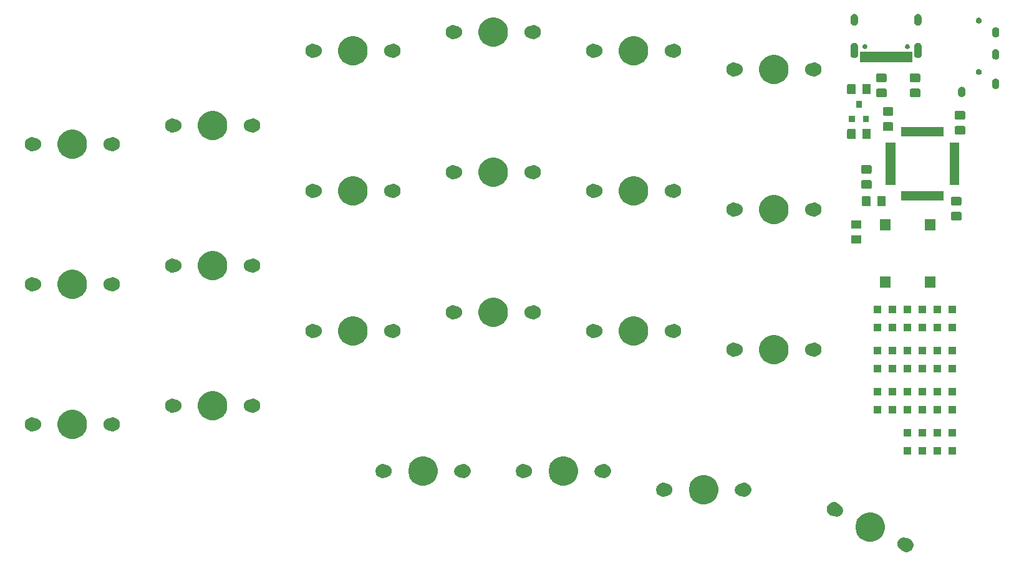
<source format=gts>
G04 #@! TF.GenerationSoftware,KiCad,Pcbnew,5.0.2+dfsg1-1*
G04 #@! TF.CreationDate,2020-12-03T00:07:36+01:00*
G04 #@! TF.ProjectId,left,6c656674-2e6b-4696-9361-645f70636258,rev?*
G04 #@! TF.SameCoordinates,Original*
G04 #@! TF.FileFunction,Soldermask,Top*
G04 #@! TF.FilePolarity,Negative*
%FSLAX46Y46*%
G04 Gerber Fmt 4.6, Leading zero omitted, Abs format (unit mm)*
G04 Created by KiCad (PCBNEW 5.0.2+dfsg1-1) date jeu. 03 déc. 2020 00:07:36 CET*
%MOMM*%
%LPD*%
G01*
G04 APERTURE LIST*
%ADD10C,0.100000*%
G04 APERTURE END LIST*
D10*
G36*
X227425201Y-120194349D02*
X227534381Y-120239573D01*
X227557830Y-120246686D01*
X227582217Y-120249088D01*
X227646707Y-120249088D01*
X227692591Y-120258215D01*
X227830244Y-120285596D01*
X228003133Y-120357209D01*
X228158729Y-120461175D01*
X228291052Y-120593498D01*
X228395018Y-120749094D01*
X228466631Y-120921983D01*
X228467821Y-120927966D01*
X228501127Y-121095403D01*
X228503139Y-121105521D01*
X228503139Y-121292655D01*
X228466631Y-121476193D01*
X228395018Y-121649082D01*
X228291052Y-121804678D01*
X228158729Y-121937001D01*
X228003133Y-122040967D01*
X227830244Y-122112580D01*
X227692590Y-122139961D01*
X227646707Y-122149088D01*
X227459571Y-122149088D01*
X227413688Y-122139961D01*
X227276034Y-122112580D01*
X227103145Y-122040967D01*
X226947549Y-121937001D01*
X226815226Y-121804678D01*
X226813811Y-121802561D01*
X226798268Y-121783622D01*
X226779326Y-121768076D01*
X226635420Y-121671921D01*
X226517031Y-121553532D01*
X226424007Y-121414312D01*
X226359931Y-121259619D01*
X226327267Y-121095404D01*
X226327267Y-120927966D01*
X226359931Y-120763751D01*
X226424007Y-120609058D01*
X226517031Y-120469838D01*
X226635420Y-120351449D01*
X226774640Y-120258425D01*
X226929333Y-120194349D01*
X227093548Y-120161685D01*
X227260986Y-120161685D01*
X227425201Y-120194349D01*
X227425201Y-120194349D01*
G37*
G36*
X223214378Y-116821859D02*
X223578354Y-116972622D01*
X223905929Y-117191501D01*
X224184499Y-117470071D01*
X224403378Y-117797646D01*
X224554141Y-118161622D01*
X224631000Y-118548016D01*
X224631000Y-118941984D01*
X224554141Y-119328378D01*
X224403378Y-119692354D01*
X224184499Y-120019929D01*
X223905929Y-120298499D01*
X223578354Y-120517378D01*
X223214378Y-120668141D01*
X222827984Y-120745000D01*
X222434016Y-120745000D01*
X222047622Y-120668141D01*
X221683646Y-120517378D01*
X221356071Y-120298499D01*
X221077501Y-120019929D01*
X220858622Y-119692354D01*
X220707859Y-119328378D01*
X220631000Y-118941984D01*
X220631000Y-118548016D01*
X220707859Y-118161622D01*
X220858622Y-117797646D01*
X221077501Y-117470071D01*
X221356071Y-117191501D01*
X221683646Y-116972622D01*
X222047622Y-116821859D01*
X222434016Y-116745000D01*
X222827984Y-116745000D01*
X223214378Y-116821859D01*
X223214378Y-116821859D01*
G37*
G36*
X217848312Y-115350039D02*
X217985966Y-115377420D01*
X218158855Y-115449033D01*
X218314451Y-115552999D01*
X218446774Y-115685322D01*
X218448189Y-115687439D01*
X218463732Y-115706378D01*
X218482674Y-115721924D01*
X218626580Y-115818079D01*
X218744969Y-115936468D01*
X218837993Y-116075688D01*
X218902069Y-116230381D01*
X218934733Y-116394596D01*
X218934733Y-116562034D01*
X218902069Y-116726249D01*
X218837993Y-116880942D01*
X218744969Y-117020162D01*
X218626580Y-117138551D01*
X218487360Y-117231575D01*
X218332667Y-117295651D01*
X218168452Y-117328315D01*
X218001014Y-117328315D01*
X217836799Y-117295651D01*
X217727619Y-117250427D01*
X217704170Y-117243314D01*
X217679783Y-117240912D01*
X217615293Y-117240912D01*
X217568354Y-117231575D01*
X217431756Y-117204404D01*
X217258867Y-117132791D01*
X217103271Y-117028825D01*
X216970948Y-116896502D01*
X216866982Y-116740906D01*
X216795369Y-116568017D01*
X216767988Y-116430364D01*
X216758861Y-116384480D01*
X216758861Y-116197344D01*
X216783060Y-116075688D01*
X216795369Y-116013807D01*
X216866982Y-115840918D01*
X216970948Y-115685322D01*
X217103271Y-115552999D01*
X217258867Y-115449033D01*
X217431756Y-115377420D01*
X217569410Y-115350039D01*
X217615293Y-115340912D01*
X217802429Y-115340912D01*
X217848312Y-115350039D01*
X217848312Y-115350039D01*
G37*
G36*
X200608378Y-111741859D02*
X200972354Y-111892622D01*
X201299929Y-112111501D01*
X201578499Y-112390071D01*
X201797378Y-112717646D01*
X201948141Y-113081622D01*
X202025000Y-113468016D01*
X202025000Y-113861984D01*
X201948141Y-114248378D01*
X201797378Y-114612354D01*
X201578499Y-114939929D01*
X201299929Y-115218499D01*
X200972354Y-115437378D01*
X200608378Y-115588141D01*
X200221984Y-115665000D01*
X199828016Y-115665000D01*
X199441622Y-115588141D01*
X199077646Y-115437378D01*
X198750071Y-115218499D01*
X198471501Y-114939929D01*
X198252622Y-114612354D01*
X198101859Y-114248378D01*
X198025000Y-113861984D01*
X198025000Y-113468016D01*
X198101859Y-113081622D01*
X198252622Y-112717646D01*
X198471501Y-112390071D01*
X198750071Y-112111501D01*
X199077646Y-111892622D01*
X199441622Y-111741859D01*
X199828016Y-111665000D01*
X200221984Y-111665000D01*
X200608378Y-111741859D01*
X200608378Y-111741859D01*
G37*
G36*
X205664452Y-112724127D02*
X205802105Y-112751508D01*
X205974994Y-112823121D01*
X206130590Y-112927087D01*
X206262913Y-113059410D01*
X206366879Y-113215006D01*
X206438492Y-113387895D01*
X206475000Y-113571433D01*
X206475000Y-113758567D01*
X206438492Y-113942105D01*
X206366879Y-114114994D01*
X206262913Y-114270590D01*
X206130590Y-114402913D01*
X205974994Y-114506879D01*
X205802105Y-114578492D01*
X205664451Y-114605873D01*
X205618568Y-114615000D01*
X205431432Y-114615000D01*
X205385549Y-114605873D01*
X205247895Y-114578492D01*
X205117575Y-114524512D01*
X205094137Y-114517402D01*
X205069750Y-114515000D01*
X205021281Y-114515000D01*
X204857066Y-114482336D01*
X204702373Y-114418260D01*
X204563153Y-114325236D01*
X204444764Y-114206847D01*
X204351740Y-114067627D01*
X204287664Y-113912934D01*
X204255000Y-113748719D01*
X204255000Y-113581281D01*
X204287664Y-113417066D01*
X204351740Y-113262373D01*
X204444764Y-113123153D01*
X204563153Y-113004764D01*
X204702373Y-112911740D01*
X204857066Y-112847664D01*
X205021281Y-112815000D01*
X205069750Y-112815000D01*
X205094136Y-112812598D01*
X205117575Y-112805488D01*
X205247895Y-112751508D01*
X205385548Y-112724127D01*
X205431432Y-112715000D01*
X205618568Y-112715000D01*
X205664452Y-112724127D01*
X205664452Y-112724127D01*
G37*
G36*
X194664452Y-112724127D02*
X194802105Y-112751508D01*
X194932425Y-112805488D01*
X194955863Y-112812598D01*
X194980250Y-112815000D01*
X195028719Y-112815000D01*
X195192934Y-112847664D01*
X195347627Y-112911740D01*
X195486847Y-113004764D01*
X195605236Y-113123153D01*
X195698260Y-113262373D01*
X195762336Y-113417066D01*
X195795000Y-113581281D01*
X195795000Y-113748719D01*
X195762336Y-113912934D01*
X195698260Y-114067627D01*
X195605236Y-114206847D01*
X195486847Y-114325236D01*
X195347627Y-114418260D01*
X195192934Y-114482336D01*
X195028719Y-114515000D01*
X194980250Y-114515000D01*
X194955864Y-114517402D01*
X194932425Y-114524512D01*
X194802105Y-114578492D01*
X194664451Y-114605873D01*
X194618568Y-114615000D01*
X194431432Y-114615000D01*
X194385549Y-114605873D01*
X194247895Y-114578492D01*
X194075006Y-114506879D01*
X193919410Y-114402913D01*
X193787087Y-114270590D01*
X193683121Y-114114994D01*
X193611508Y-113942105D01*
X193575000Y-113758567D01*
X193575000Y-113571433D01*
X193611508Y-113387895D01*
X193683121Y-113215006D01*
X193787087Y-113059410D01*
X193919410Y-112927087D01*
X194075006Y-112823121D01*
X194247895Y-112751508D01*
X194385548Y-112724127D01*
X194431432Y-112715000D01*
X194618568Y-112715000D01*
X194664452Y-112724127D01*
X194664452Y-112724127D01*
G37*
G36*
X181558378Y-109201859D02*
X181922354Y-109352622D01*
X182249929Y-109571501D01*
X182528499Y-109850071D01*
X182747378Y-110177646D01*
X182898141Y-110541622D01*
X182975000Y-110928016D01*
X182975000Y-111321984D01*
X182898141Y-111708378D01*
X182747378Y-112072354D01*
X182528499Y-112399929D01*
X182249929Y-112678499D01*
X181922354Y-112897378D01*
X181558378Y-113048141D01*
X181171984Y-113125000D01*
X180778016Y-113125000D01*
X180391622Y-113048141D01*
X180027646Y-112897378D01*
X179700071Y-112678499D01*
X179421501Y-112399929D01*
X179202622Y-112072354D01*
X179051859Y-111708378D01*
X178975000Y-111321984D01*
X178975000Y-110928016D01*
X179051859Y-110541622D01*
X179202622Y-110177646D01*
X179421501Y-109850071D01*
X179700071Y-109571501D01*
X180027646Y-109352622D01*
X180391622Y-109201859D01*
X180778016Y-109125000D01*
X181171984Y-109125000D01*
X181558378Y-109201859D01*
X181558378Y-109201859D01*
G37*
G36*
X162508378Y-109201859D02*
X162872354Y-109352622D01*
X163199929Y-109571501D01*
X163478499Y-109850071D01*
X163697378Y-110177646D01*
X163848141Y-110541622D01*
X163925000Y-110928016D01*
X163925000Y-111321984D01*
X163848141Y-111708378D01*
X163697378Y-112072354D01*
X163478499Y-112399929D01*
X163199929Y-112678499D01*
X162872354Y-112897378D01*
X162508378Y-113048141D01*
X162121984Y-113125000D01*
X161728016Y-113125000D01*
X161341622Y-113048141D01*
X160977646Y-112897378D01*
X160650071Y-112678499D01*
X160371501Y-112399929D01*
X160152622Y-112072354D01*
X160001859Y-111708378D01*
X159925000Y-111321984D01*
X159925000Y-110928016D01*
X160001859Y-110541622D01*
X160152622Y-110177646D01*
X160371501Y-109850071D01*
X160650071Y-109571501D01*
X160977646Y-109352622D01*
X161341622Y-109201859D01*
X161728016Y-109125000D01*
X162121984Y-109125000D01*
X162508378Y-109201859D01*
X162508378Y-109201859D01*
G37*
G36*
X156564451Y-110184127D02*
X156702105Y-110211508D01*
X156832425Y-110265488D01*
X156855863Y-110272598D01*
X156880250Y-110275000D01*
X156928719Y-110275000D01*
X157092934Y-110307664D01*
X157247627Y-110371740D01*
X157386847Y-110464764D01*
X157505236Y-110583153D01*
X157598260Y-110722373D01*
X157662336Y-110877066D01*
X157695000Y-111041281D01*
X157695000Y-111208719D01*
X157662336Y-111372934D01*
X157598260Y-111527627D01*
X157505236Y-111666847D01*
X157386847Y-111785236D01*
X157247627Y-111878260D01*
X157092934Y-111942336D01*
X156928719Y-111975000D01*
X156880250Y-111975000D01*
X156855864Y-111977402D01*
X156832425Y-111984512D01*
X156702105Y-112038492D01*
X156564452Y-112065873D01*
X156518568Y-112075000D01*
X156331432Y-112075000D01*
X156285548Y-112065873D01*
X156147895Y-112038492D01*
X155975006Y-111966879D01*
X155819410Y-111862913D01*
X155687087Y-111730590D01*
X155583121Y-111574994D01*
X155511508Y-111402105D01*
X155475000Y-111218567D01*
X155475000Y-111031433D01*
X155511508Y-110847895D01*
X155583121Y-110675006D01*
X155687087Y-110519410D01*
X155819410Y-110387087D01*
X155975006Y-110283121D01*
X156147895Y-110211508D01*
X156285549Y-110184127D01*
X156331432Y-110175000D01*
X156518568Y-110175000D01*
X156564451Y-110184127D01*
X156564451Y-110184127D01*
G37*
G36*
X167564451Y-110184127D02*
X167702105Y-110211508D01*
X167874994Y-110283121D01*
X168030590Y-110387087D01*
X168162913Y-110519410D01*
X168266879Y-110675006D01*
X168338492Y-110847895D01*
X168375000Y-111031433D01*
X168375000Y-111218567D01*
X168338492Y-111402105D01*
X168266879Y-111574994D01*
X168162913Y-111730590D01*
X168030590Y-111862913D01*
X167874994Y-111966879D01*
X167702105Y-112038492D01*
X167564452Y-112065873D01*
X167518568Y-112075000D01*
X167331432Y-112075000D01*
X167285548Y-112065873D01*
X167147895Y-112038492D01*
X167017575Y-111984512D01*
X166994137Y-111977402D01*
X166969750Y-111975000D01*
X166921281Y-111975000D01*
X166757066Y-111942336D01*
X166602373Y-111878260D01*
X166463153Y-111785236D01*
X166344764Y-111666847D01*
X166251740Y-111527627D01*
X166187664Y-111372934D01*
X166155000Y-111208719D01*
X166155000Y-111041281D01*
X166187664Y-110877066D01*
X166251740Y-110722373D01*
X166344764Y-110583153D01*
X166463153Y-110464764D01*
X166602373Y-110371740D01*
X166757066Y-110307664D01*
X166921281Y-110275000D01*
X166969750Y-110275000D01*
X166994136Y-110272598D01*
X167017575Y-110265488D01*
X167147895Y-110211508D01*
X167285549Y-110184127D01*
X167331432Y-110175000D01*
X167518568Y-110175000D01*
X167564451Y-110184127D01*
X167564451Y-110184127D01*
G37*
G36*
X175614451Y-110184127D02*
X175752105Y-110211508D01*
X175882425Y-110265488D01*
X175905863Y-110272598D01*
X175930250Y-110275000D01*
X175978719Y-110275000D01*
X176142934Y-110307664D01*
X176297627Y-110371740D01*
X176436847Y-110464764D01*
X176555236Y-110583153D01*
X176648260Y-110722373D01*
X176712336Y-110877066D01*
X176745000Y-111041281D01*
X176745000Y-111208719D01*
X176712336Y-111372934D01*
X176648260Y-111527627D01*
X176555236Y-111666847D01*
X176436847Y-111785236D01*
X176297627Y-111878260D01*
X176142934Y-111942336D01*
X175978719Y-111975000D01*
X175930250Y-111975000D01*
X175905864Y-111977402D01*
X175882425Y-111984512D01*
X175752105Y-112038492D01*
X175614452Y-112065873D01*
X175568568Y-112075000D01*
X175381432Y-112075000D01*
X175335548Y-112065873D01*
X175197895Y-112038492D01*
X175025006Y-111966879D01*
X174869410Y-111862913D01*
X174737087Y-111730590D01*
X174633121Y-111574994D01*
X174561508Y-111402105D01*
X174525000Y-111218567D01*
X174525000Y-111031433D01*
X174561508Y-110847895D01*
X174633121Y-110675006D01*
X174737087Y-110519410D01*
X174869410Y-110387087D01*
X175025006Y-110283121D01*
X175197895Y-110211508D01*
X175335549Y-110184127D01*
X175381432Y-110175000D01*
X175568568Y-110175000D01*
X175614451Y-110184127D01*
X175614451Y-110184127D01*
G37*
G36*
X186614451Y-110184127D02*
X186752105Y-110211508D01*
X186924994Y-110283121D01*
X187080590Y-110387087D01*
X187212913Y-110519410D01*
X187316879Y-110675006D01*
X187388492Y-110847895D01*
X187425000Y-111031433D01*
X187425000Y-111218567D01*
X187388492Y-111402105D01*
X187316879Y-111574994D01*
X187212913Y-111730590D01*
X187080590Y-111862913D01*
X186924994Y-111966879D01*
X186752105Y-112038492D01*
X186614452Y-112065873D01*
X186568568Y-112075000D01*
X186381432Y-112075000D01*
X186335548Y-112065873D01*
X186197895Y-112038492D01*
X186067575Y-111984512D01*
X186044137Y-111977402D01*
X186019750Y-111975000D01*
X185971281Y-111975000D01*
X185807066Y-111942336D01*
X185652373Y-111878260D01*
X185513153Y-111785236D01*
X185394764Y-111666847D01*
X185301740Y-111527627D01*
X185237664Y-111372934D01*
X185205000Y-111208719D01*
X185205000Y-111041281D01*
X185237664Y-110877066D01*
X185301740Y-110722373D01*
X185394764Y-110583153D01*
X185513153Y-110464764D01*
X185652373Y-110371740D01*
X185807066Y-110307664D01*
X185971281Y-110275000D01*
X186019750Y-110275000D01*
X186044136Y-110272598D01*
X186067575Y-110265488D01*
X186197895Y-110211508D01*
X186335549Y-110184127D01*
X186381432Y-110175000D01*
X186568568Y-110175000D01*
X186614451Y-110184127D01*
X186614451Y-110184127D01*
G37*
G36*
X228163440Y-108882927D02*
X227163440Y-108882927D01*
X227163440Y-107882927D01*
X228163440Y-107882927D01*
X228163440Y-108882927D01*
X228163440Y-108882927D01*
G37*
G36*
X232227440Y-108882927D02*
X231227440Y-108882927D01*
X231227440Y-107882927D01*
X232227440Y-107882927D01*
X232227440Y-108882927D01*
X232227440Y-108882927D01*
G37*
G36*
X230195440Y-108882927D02*
X229195440Y-108882927D01*
X229195440Y-107882927D01*
X230195440Y-107882927D01*
X230195440Y-108882927D01*
X230195440Y-108882927D01*
G37*
G36*
X234259440Y-108882927D02*
X233259440Y-108882927D01*
X233259440Y-107882927D01*
X234259440Y-107882927D01*
X234259440Y-108882927D01*
X234259440Y-108882927D01*
G37*
G36*
X114883378Y-102851859D02*
X115247354Y-103002622D01*
X115574929Y-103221501D01*
X115853499Y-103500071D01*
X116072378Y-103827646D01*
X116223141Y-104191622D01*
X116300000Y-104578016D01*
X116300000Y-104971984D01*
X116223141Y-105358378D01*
X116072378Y-105722354D01*
X115853499Y-106049929D01*
X115574929Y-106328499D01*
X115247354Y-106547378D01*
X114883378Y-106698141D01*
X114496984Y-106775000D01*
X114103016Y-106775000D01*
X113716622Y-106698141D01*
X113352646Y-106547378D01*
X113025071Y-106328499D01*
X112746501Y-106049929D01*
X112527622Y-105722354D01*
X112376859Y-105358378D01*
X112300000Y-104971984D01*
X112300000Y-104578016D01*
X112376859Y-104191622D01*
X112527622Y-103827646D01*
X112746501Y-103500071D01*
X113025071Y-103221501D01*
X113352646Y-103002622D01*
X113716622Y-102851859D01*
X114103016Y-102775000D01*
X114496984Y-102775000D01*
X114883378Y-102851859D01*
X114883378Y-102851859D01*
G37*
G36*
X234259440Y-106382927D02*
X233259440Y-106382927D01*
X233259440Y-105382927D01*
X234259440Y-105382927D01*
X234259440Y-106382927D01*
X234259440Y-106382927D01*
G37*
G36*
X228163440Y-106382927D02*
X227163440Y-106382927D01*
X227163440Y-105382927D01*
X228163440Y-105382927D01*
X228163440Y-106382927D01*
X228163440Y-106382927D01*
G37*
G36*
X232227440Y-106382927D02*
X231227440Y-106382927D01*
X231227440Y-105382927D01*
X232227440Y-105382927D01*
X232227440Y-106382927D01*
X232227440Y-106382927D01*
G37*
G36*
X230195440Y-106382927D02*
X229195440Y-106382927D01*
X229195440Y-105382927D01*
X230195440Y-105382927D01*
X230195440Y-106382927D01*
X230195440Y-106382927D01*
G37*
G36*
X108939452Y-103834127D02*
X109077105Y-103861508D01*
X109207425Y-103915488D01*
X109230863Y-103922598D01*
X109255250Y-103925000D01*
X109303719Y-103925000D01*
X109467934Y-103957664D01*
X109622627Y-104021740D01*
X109761847Y-104114764D01*
X109880236Y-104233153D01*
X109973260Y-104372373D01*
X110037336Y-104527066D01*
X110070000Y-104691281D01*
X110070000Y-104858719D01*
X110037336Y-105022934D01*
X109973260Y-105177627D01*
X109880236Y-105316847D01*
X109761847Y-105435236D01*
X109622627Y-105528260D01*
X109467934Y-105592336D01*
X109303719Y-105625000D01*
X109255250Y-105625000D01*
X109230864Y-105627402D01*
X109207425Y-105634512D01*
X109077105Y-105688492D01*
X108939451Y-105715873D01*
X108893568Y-105725000D01*
X108706432Y-105725000D01*
X108660549Y-105715873D01*
X108522895Y-105688492D01*
X108350006Y-105616879D01*
X108194410Y-105512913D01*
X108062087Y-105380590D01*
X107958121Y-105224994D01*
X107886508Y-105052105D01*
X107850000Y-104868567D01*
X107850000Y-104681433D01*
X107886508Y-104497895D01*
X107958121Y-104325006D01*
X108062087Y-104169410D01*
X108194410Y-104037087D01*
X108350006Y-103933121D01*
X108522895Y-103861508D01*
X108660548Y-103834127D01*
X108706432Y-103825000D01*
X108893568Y-103825000D01*
X108939452Y-103834127D01*
X108939452Y-103834127D01*
G37*
G36*
X119939452Y-103834127D02*
X120077105Y-103861508D01*
X120249994Y-103933121D01*
X120405590Y-104037087D01*
X120537913Y-104169410D01*
X120641879Y-104325006D01*
X120713492Y-104497895D01*
X120750000Y-104681433D01*
X120750000Y-104868567D01*
X120713492Y-105052105D01*
X120641879Y-105224994D01*
X120537913Y-105380590D01*
X120405590Y-105512913D01*
X120249994Y-105616879D01*
X120077105Y-105688492D01*
X119939451Y-105715873D01*
X119893568Y-105725000D01*
X119706432Y-105725000D01*
X119660549Y-105715873D01*
X119522895Y-105688492D01*
X119392575Y-105634512D01*
X119369137Y-105627402D01*
X119344750Y-105625000D01*
X119296281Y-105625000D01*
X119132066Y-105592336D01*
X118977373Y-105528260D01*
X118838153Y-105435236D01*
X118719764Y-105316847D01*
X118626740Y-105177627D01*
X118562664Y-105022934D01*
X118530000Y-104858719D01*
X118530000Y-104691281D01*
X118562664Y-104527066D01*
X118626740Y-104372373D01*
X118719764Y-104233153D01*
X118838153Y-104114764D01*
X118977373Y-104021740D01*
X119132066Y-103957664D01*
X119296281Y-103925000D01*
X119344750Y-103925000D01*
X119369136Y-103922598D01*
X119392575Y-103915488D01*
X119522895Y-103861508D01*
X119660548Y-103834127D01*
X119706432Y-103825000D01*
X119893568Y-103825000D01*
X119939452Y-103834127D01*
X119939452Y-103834127D01*
G37*
G36*
X133933378Y-100311859D02*
X134297354Y-100462622D01*
X134624929Y-100681501D01*
X134903499Y-100960071D01*
X135122378Y-101287646D01*
X135273141Y-101651622D01*
X135350000Y-102038016D01*
X135350000Y-102431984D01*
X135273141Y-102818378D01*
X135122378Y-103182354D01*
X134903499Y-103509929D01*
X134624929Y-103788499D01*
X134297354Y-104007378D01*
X133933378Y-104158141D01*
X133546984Y-104235000D01*
X133153016Y-104235000D01*
X132766622Y-104158141D01*
X132402646Y-104007378D01*
X132075071Y-103788499D01*
X131796501Y-103509929D01*
X131577622Y-103182354D01*
X131426859Y-102818378D01*
X131350000Y-102431984D01*
X131350000Y-102038016D01*
X131426859Y-101651622D01*
X131577622Y-101287646D01*
X131796501Y-100960071D01*
X132075071Y-100681501D01*
X132402646Y-100462622D01*
X132766622Y-100311859D01*
X133153016Y-100235000D01*
X133546984Y-100235000D01*
X133933378Y-100311859D01*
X133933378Y-100311859D01*
G37*
G36*
X224099440Y-103294927D02*
X223099440Y-103294927D01*
X223099440Y-102294927D01*
X224099440Y-102294927D01*
X224099440Y-103294927D01*
X224099440Y-103294927D01*
G37*
G36*
X226131440Y-103294927D02*
X225131440Y-103294927D01*
X225131440Y-102294927D01*
X226131440Y-102294927D01*
X226131440Y-103294927D01*
X226131440Y-103294927D01*
G37*
G36*
X228163440Y-103294927D02*
X227163440Y-103294927D01*
X227163440Y-102294927D01*
X228163440Y-102294927D01*
X228163440Y-103294927D01*
X228163440Y-103294927D01*
G37*
G36*
X230195440Y-103294927D02*
X229195440Y-103294927D01*
X229195440Y-102294927D01*
X230195440Y-102294927D01*
X230195440Y-103294927D01*
X230195440Y-103294927D01*
G37*
G36*
X232227440Y-103294927D02*
X231227440Y-103294927D01*
X231227440Y-102294927D01*
X232227440Y-102294927D01*
X232227440Y-103294927D01*
X232227440Y-103294927D01*
G37*
G36*
X234259440Y-103294927D02*
X233259440Y-103294927D01*
X233259440Y-102294927D01*
X234259440Y-102294927D01*
X234259440Y-103294927D01*
X234259440Y-103294927D01*
G37*
G36*
X138989451Y-101294127D02*
X139127105Y-101321508D01*
X139299994Y-101393121D01*
X139455590Y-101497087D01*
X139587913Y-101629410D01*
X139691879Y-101785006D01*
X139763492Y-101957895D01*
X139800000Y-102141433D01*
X139800000Y-102328567D01*
X139763492Y-102512105D01*
X139691879Y-102684994D01*
X139587913Y-102840590D01*
X139455590Y-102972913D01*
X139299994Y-103076879D01*
X139127105Y-103148492D01*
X138989452Y-103175873D01*
X138943568Y-103185000D01*
X138756432Y-103185000D01*
X138710548Y-103175873D01*
X138572895Y-103148492D01*
X138442575Y-103094512D01*
X138419137Y-103087402D01*
X138394750Y-103085000D01*
X138346281Y-103085000D01*
X138182066Y-103052336D01*
X138027373Y-102988260D01*
X137888153Y-102895236D01*
X137769764Y-102776847D01*
X137676740Y-102637627D01*
X137612664Y-102482934D01*
X137580000Y-102318719D01*
X137580000Y-102151281D01*
X137612664Y-101987066D01*
X137676740Y-101832373D01*
X137769764Y-101693153D01*
X137888153Y-101574764D01*
X138027373Y-101481740D01*
X138182066Y-101417664D01*
X138346281Y-101385000D01*
X138394750Y-101385000D01*
X138419136Y-101382598D01*
X138442575Y-101375488D01*
X138572895Y-101321508D01*
X138710548Y-101294127D01*
X138756432Y-101285000D01*
X138943568Y-101285000D01*
X138989451Y-101294127D01*
X138989451Y-101294127D01*
G37*
G36*
X127989451Y-101294127D02*
X128127105Y-101321508D01*
X128257425Y-101375488D01*
X128280863Y-101382598D01*
X128305250Y-101385000D01*
X128353719Y-101385000D01*
X128517934Y-101417664D01*
X128672627Y-101481740D01*
X128811847Y-101574764D01*
X128930236Y-101693153D01*
X129023260Y-101832373D01*
X129087336Y-101987066D01*
X129120000Y-102151281D01*
X129120000Y-102318719D01*
X129087336Y-102482934D01*
X129023260Y-102637627D01*
X128930236Y-102776847D01*
X128811847Y-102895236D01*
X128672627Y-102988260D01*
X128517934Y-103052336D01*
X128353719Y-103085000D01*
X128305250Y-103085000D01*
X128280864Y-103087402D01*
X128257425Y-103094512D01*
X128127105Y-103148492D01*
X127989452Y-103175873D01*
X127943568Y-103185000D01*
X127756432Y-103185000D01*
X127710548Y-103175873D01*
X127572895Y-103148492D01*
X127400006Y-103076879D01*
X127244410Y-102972913D01*
X127112087Y-102840590D01*
X127008121Y-102684994D01*
X126936508Y-102512105D01*
X126900000Y-102328567D01*
X126900000Y-102141433D01*
X126936508Y-101957895D01*
X127008121Y-101785006D01*
X127112087Y-101629410D01*
X127244410Y-101497087D01*
X127400006Y-101393121D01*
X127572895Y-101321508D01*
X127710548Y-101294127D01*
X127756432Y-101285000D01*
X127943568Y-101285000D01*
X127989451Y-101294127D01*
X127989451Y-101294127D01*
G37*
G36*
X232227440Y-100794927D02*
X231227440Y-100794927D01*
X231227440Y-99794927D01*
X232227440Y-99794927D01*
X232227440Y-100794927D01*
X232227440Y-100794927D01*
G37*
G36*
X226131440Y-100794927D02*
X225131440Y-100794927D01*
X225131440Y-99794927D01*
X226131440Y-99794927D01*
X226131440Y-100794927D01*
X226131440Y-100794927D01*
G37*
G36*
X224099440Y-100794927D02*
X223099440Y-100794927D01*
X223099440Y-99794927D01*
X224099440Y-99794927D01*
X224099440Y-100794927D01*
X224099440Y-100794927D01*
G37*
G36*
X228163440Y-100794927D02*
X227163440Y-100794927D01*
X227163440Y-99794927D01*
X228163440Y-99794927D01*
X228163440Y-100794927D01*
X228163440Y-100794927D01*
G37*
G36*
X230195440Y-100794927D02*
X229195440Y-100794927D01*
X229195440Y-99794927D01*
X230195440Y-99794927D01*
X230195440Y-100794927D01*
X230195440Y-100794927D01*
G37*
G36*
X234259440Y-100794927D02*
X233259440Y-100794927D01*
X233259440Y-99794927D01*
X234259440Y-99794927D01*
X234259440Y-100794927D01*
X234259440Y-100794927D01*
G37*
G36*
X224099440Y-97706927D02*
X223099440Y-97706927D01*
X223099440Y-96706927D01*
X224099440Y-96706927D01*
X224099440Y-97706927D01*
X224099440Y-97706927D01*
G37*
G36*
X228163440Y-97706927D02*
X227163440Y-97706927D01*
X227163440Y-96706927D01*
X228163440Y-96706927D01*
X228163440Y-97706927D01*
X228163440Y-97706927D01*
G37*
G36*
X226131440Y-97706927D02*
X225131440Y-97706927D01*
X225131440Y-96706927D01*
X226131440Y-96706927D01*
X226131440Y-97706927D01*
X226131440Y-97706927D01*
G37*
G36*
X234259440Y-97706927D02*
X233259440Y-97706927D01*
X233259440Y-96706927D01*
X234259440Y-96706927D01*
X234259440Y-97706927D01*
X234259440Y-97706927D01*
G37*
G36*
X232227440Y-97706927D02*
X231227440Y-97706927D01*
X231227440Y-96706927D01*
X232227440Y-96706927D01*
X232227440Y-97706927D01*
X232227440Y-97706927D01*
G37*
G36*
X230195440Y-97706927D02*
X229195440Y-97706927D01*
X229195440Y-96706927D01*
X230195440Y-96706927D01*
X230195440Y-97706927D01*
X230195440Y-97706927D01*
G37*
G36*
X210133378Y-92691859D02*
X210497354Y-92842622D01*
X210824929Y-93061501D01*
X211103499Y-93340071D01*
X211322378Y-93667646D01*
X211473141Y-94031622D01*
X211550000Y-94418016D01*
X211550000Y-94811984D01*
X211473141Y-95198378D01*
X211322378Y-95562354D01*
X211103499Y-95889929D01*
X210824929Y-96168499D01*
X210497354Y-96387378D01*
X210133378Y-96538141D01*
X209746984Y-96615000D01*
X209353016Y-96615000D01*
X208966622Y-96538141D01*
X208602646Y-96387378D01*
X208275071Y-96168499D01*
X207996501Y-95889929D01*
X207777622Y-95562354D01*
X207626859Y-95198378D01*
X207550000Y-94811984D01*
X207550000Y-94418016D01*
X207626859Y-94031622D01*
X207777622Y-93667646D01*
X207996501Y-93340071D01*
X208275071Y-93061501D01*
X208602646Y-92842622D01*
X208966622Y-92691859D01*
X209353016Y-92615000D01*
X209746984Y-92615000D01*
X210133378Y-92691859D01*
X210133378Y-92691859D01*
G37*
G36*
X204189451Y-93674127D02*
X204327105Y-93701508D01*
X204457425Y-93755488D01*
X204480863Y-93762598D01*
X204505250Y-93765000D01*
X204553719Y-93765000D01*
X204717934Y-93797664D01*
X204872627Y-93861740D01*
X205011847Y-93954764D01*
X205130236Y-94073153D01*
X205223260Y-94212373D01*
X205287336Y-94367066D01*
X205320000Y-94531281D01*
X205320000Y-94698719D01*
X205287336Y-94862934D01*
X205223260Y-95017627D01*
X205130236Y-95156847D01*
X205011847Y-95275236D01*
X204872627Y-95368260D01*
X204717934Y-95432336D01*
X204553719Y-95465000D01*
X204505250Y-95465000D01*
X204480864Y-95467402D01*
X204457425Y-95474512D01*
X204327105Y-95528492D01*
X204189452Y-95555873D01*
X204143568Y-95565000D01*
X203956432Y-95565000D01*
X203910548Y-95555873D01*
X203772895Y-95528492D01*
X203600006Y-95456879D01*
X203444410Y-95352913D01*
X203312087Y-95220590D01*
X203208121Y-95064994D01*
X203136508Y-94892105D01*
X203100000Y-94708567D01*
X203100000Y-94521433D01*
X203136508Y-94337895D01*
X203208121Y-94165006D01*
X203312087Y-94009410D01*
X203444410Y-93877087D01*
X203600006Y-93773121D01*
X203772895Y-93701508D01*
X203910548Y-93674127D01*
X203956432Y-93665000D01*
X204143568Y-93665000D01*
X204189451Y-93674127D01*
X204189451Y-93674127D01*
G37*
G36*
X215189451Y-93674127D02*
X215327105Y-93701508D01*
X215499994Y-93773121D01*
X215655590Y-93877087D01*
X215787913Y-94009410D01*
X215891879Y-94165006D01*
X215963492Y-94337895D01*
X216000000Y-94521433D01*
X216000000Y-94708567D01*
X215963492Y-94892105D01*
X215891879Y-95064994D01*
X215787913Y-95220590D01*
X215655590Y-95352913D01*
X215499994Y-95456879D01*
X215327105Y-95528492D01*
X215189452Y-95555873D01*
X215143568Y-95565000D01*
X214956432Y-95565000D01*
X214910548Y-95555873D01*
X214772895Y-95528492D01*
X214642575Y-95474512D01*
X214619137Y-95467402D01*
X214594750Y-95465000D01*
X214546281Y-95465000D01*
X214382066Y-95432336D01*
X214227373Y-95368260D01*
X214088153Y-95275236D01*
X213969764Y-95156847D01*
X213876740Y-95017627D01*
X213812664Y-94862934D01*
X213780000Y-94698719D01*
X213780000Y-94531281D01*
X213812664Y-94367066D01*
X213876740Y-94212373D01*
X213969764Y-94073153D01*
X214088153Y-93954764D01*
X214227373Y-93861740D01*
X214382066Y-93797664D01*
X214546281Y-93765000D01*
X214594750Y-93765000D01*
X214619136Y-93762598D01*
X214642575Y-93755488D01*
X214772895Y-93701508D01*
X214910548Y-93674127D01*
X214956432Y-93665000D01*
X215143568Y-93665000D01*
X215189451Y-93674127D01*
X215189451Y-93674127D01*
G37*
G36*
X224099440Y-95206927D02*
X223099440Y-95206927D01*
X223099440Y-94206927D01*
X224099440Y-94206927D01*
X224099440Y-95206927D01*
X224099440Y-95206927D01*
G37*
G36*
X230195440Y-95206927D02*
X229195440Y-95206927D01*
X229195440Y-94206927D01*
X230195440Y-94206927D01*
X230195440Y-95206927D01*
X230195440Y-95206927D01*
G37*
G36*
X228163440Y-95206927D02*
X227163440Y-95206927D01*
X227163440Y-94206927D01*
X228163440Y-94206927D01*
X228163440Y-95206927D01*
X228163440Y-95206927D01*
G37*
G36*
X234259440Y-95206927D02*
X233259440Y-95206927D01*
X233259440Y-94206927D01*
X234259440Y-94206927D01*
X234259440Y-95206927D01*
X234259440Y-95206927D01*
G37*
G36*
X226131440Y-95206927D02*
X225131440Y-95206927D01*
X225131440Y-94206927D01*
X226131440Y-94206927D01*
X226131440Y-95206927D01*
X226131440Y-95206927D01*
G37*
G36*
X232227440Y-95206927D02*
X231227440Y-95206927D01*
X231227440Y-94206927D01*
X232227440Y-94206927D01*
X232227440Y-95206927D01*
X232227440Y-95206927D01*
G37*
G36*
X152983378Y-90151859D02*
X153347354Y-90302622D01*
X153674929Y-90521501D01*
X153953499Y-90800071D01*
X154172378Y-91127646D01*
X154323141Y-91491622D01*
X154400000Y-91878016D01*
X154400000Y-92271984D01*
X154323141Y-92658378D01*
X154172378Y-93022354D01*
X153953499Y-93349929D01*
X153674929Y-93628499D01*
X153347354Y-93847378D01*
X152983378Y-93998141D01*
X152596984Y-94075000D01*
X152203016Y-94075000D01*
X151816622Y-93998141D01*
X151452646Y-93847378D01*
X151125071Y-93628499D01*
X150846501Y-93349929D01*
X150627622Y-93022354D01*
X150476859Y-92658378D01*
X150400000Y-92271984D01*
X150400000Y-91878016D01*
X150476859Y-91491622D01*
X150627622Y-91127646D01*
X150846501Y-90800071D01*
X151125071Y-90521501D01*
X151452646Y-90302622D01*
X151816622Y-90151859D01*
X152203016Y-90075000D01*
X152596984Y-90075000D01*
X152983378Y-90151859D01*
X152983378Y-90151859D01*
G37*
G36*
X191083378Y-90151859D02*
X191447354Y-90302622D01*
X191774929Y-90521501D01*
X192053499Y-90800071D01*
X192272378Y-91127646D01*
X192423141Y-91491622D01*
X192500000Y-91878016D01*
X192500000Y-92271984D01*
X192423141Y-92658378D01*
X192272378Y-93022354D01*
X192053499Y-93349929D01*
X191774929Y-93628499D01*
X191447354Y-93847378D01*
X191083378Y-93998141D01*
X190696984Y-94075000D01*
X190303016Y-94075000D01*
X189916622Y-93998141D01*
X189552646Y-93847378D01*
X189225071Y-93628499D01*
X188946501Y-93349929D01*
X188727622Y-93022354D01*
X188576859Y-92658378D01*
X188500000Y-92271984D01*
X188500000Y-91878016D01*
X188576859Y-91491622D01*
X188727622Y-91127646D01*
X188946501Y-90800071D01*
X189225071Y-90521501D01*
X189552646Y-90302622D01*
X189916622Y-90151859D01*
X190303016Y-90075000D01*
X190696984Y-90075000D01*
X191083378Y-90151859D01*
X191083378Y-90151859D01*
G37*
G36*
X196139451Y-91134127D02*
X196277105Y-91161508D01*
X196449994Y-91233121D01*
X196605590Y-91337087D01*
X196737913Y-91469410D01*
X196841879Y-91625006D01*
X196913492Y-91797895D01*
X196950000Y-91981433D01*
X196950000Y-92168567D01*
X196913492Y-92352105D01*
X196841879Y-92524994D01*
X196737913Y-92680590D01*
X196605590Y-92812913D01*
X196449994Y-92916879D01*
X196277105Y-92988492D01*
X196139451Y-93015873D01*
X196093568Y-93025000D01*
X195906432Y-93025000D01*
X195860549Y-93015873D01*
X195722895Y-92988492D01*
X195592575Y-92934512D01*
X195569137Y-92927402D01*
X195544750Y-92925000D01*
X195496281Y-92925000D01*
X195332066Y-92892336D01*
X195177373Y-92828260D01*
X195038153Y-92735236D01*
X194919764Y-92616847D01*
X194826740Y-92477627D01*
X194762664Y-92322934D01*
X194730000Y-92158719D01*
X194730000Y-91991281D01*
X194762664Y-91827066D01*
X194826740Y-91672373D01*
X194919764Y-91533153D01*
X195038153Y-91414764D01*
X195177373Y-91321740D01*
X195332066Y-91257664D01*
X195496281Y-91225000D01*
X195544750Y-91225000D01*
X195569136Y-91222598D01*
X195592575Y-91215488D01*
X195722895Y-91161508D01*
X195860549Y-91134127D01*
X195906432Y-91125000D01*
X196093568Y-91125000D01*
X196139451Y-91134127D01*
X196139451Y-91134127D01*
G37*
G36*
X185139451Y-91134127D02*
X185277105Y-91161508D01*
X185407425Y-91215488D01*
X185430863Y-91222598D01*
X185455250Y-91225000D01*
X185503719Y-91225000D01*
X185667934Y-91257664D01*
X185822627Y-91321740D01*
X185961847Y-91414764D01*
X186080236Y-91533153D01*
X186173260Y-91672373D01*
X186237336Y-91827066D01*
X186270000Y-91991281D01*
X186270000Y-92158719D01*
X186237336Y-92322934D01*
X186173260Y-92477627D01*
X186080236Y-92616847D01*
X185961847Y-92735236D01*
X185822627Y-92828260D01*
X185667934Y-92892336D01*
X185503719Y-92925000D01*
X185455250Y-92925000D01*
X185430864Y-92927402D01*
X185407425Y-92934512D01*
X185277105Y-92988492D01*
X185139451Y-93015873D01*
X185093568Y-93025000D01*
X184906432Y-93025000D01*
X184860549Y-93015873D01*
X184722895Y-92988492D01*
X184550006Y-92916879D01*
X184394410Y-92812913D01*
X184262087Y-92680590D01*
X184158121Y-92524994D01*
X184086508Y-92352105D01*
X184050000Y-92168567D01*
X184050000Y-91981433D01*
X184086508Y-91797895D01*
X184158121Y-91625006D01*
X184262087Y-91469410D01*
X184394410Y-91337087D01*
X184550006Y-91233121D01*
X184722895Y-91161508D01*
X184860549Y-91134127D01*
X184906432Y-91125000D01*
X185093568Y-91125000D01*
X185139451Y-91134127D01*
X185139451Y-91134127D01*
G37*
G36*
X158039451Y-91134127D02*
X158177105Y-91161508D01*
X158349994Y-91233121D01*
X158505590Y-91337087D01*
X158637913Y-91469410D01*
X158741879Y-91625006D01*
X158813492Y-91797895D01*
X158850000Y-91981433D01*
X158850000Y-92168567D01*
X158813492Y-92352105D01*
X158741879Y-92524994D01*
X158637913Y-92680590D01*
X158505590Y-92812913D01*
X158349994Y-92916879D01*
X158177105Y-92988492D01*
X158039451Y-93015873D01*
X157993568Y-93025000D01*
X157806432Y-93025000D01*
X157760549Y-93015873D01*
X157622895Y-92988492D01*
X157492575Y-92934512D01*
X157469137Y-92927402D01*
X157444750Y-92925000D01*
X157396281Y-92925000D01*
X157232066Y-92892336D01*
X157077373Y-92828260D01*
X156938153Y-92735236D01*
X156819764Y-92616847D01*
X156726740Y-92477627D01*
X156662664Y-92322934D01*
X156630000Y-92158719D01*
X156630000Y-91991281D01*
X156662664Y-91827066D01*
X156726740Y-91672373D01*
X156819764Y-91533153D01*
X156938153Y-91414764D01*
X157077373Y-91321740D01*
X157232066Y-91257664D01*
X157396281Y-91225000D01*
X157444750Y-91225000D01*
X157469136Y-91222598D01*
X157492575Y-91215488D01*
X157622895Y-91161508D01*
X157760549Y-91134127D01*
X157806432Y-91125000D01*
X157993568Y-91125000D01*
X158039451Y-91134127D01*
X158039451Y-91134127D01*
G37*
G36*
X147039451Y-91134127D02*
X147177105Y-91161508D01*
X147307425Y-91215488D01*
X147330863Y-91222598D01*
X147355250Y-91225000D01*
X147403719Y-91225000D01*
X147567934Y-91257664D01*
X147722627Y-91321740D01*
X147861847Y-91414764D01*
X147980236Y-91533153D01*
X148073260Y-91672373D01*
X148137336Y-91827066D01*
X148170000Y-91991281D01*
X148170000Y-92158719D01*
X148137336Y-92322934D01*
X148073260Y-92477627D01*
X147980236Y-92616847D01*
X147861847Y-92735236D01*
X147722627Y-92828260D01*
X147567934Y-92892336D01*
X147403719Y-92925000D01*
X147355250Y-92925000D01*
X147330864Y-92927402D01*
X147307425Y-92934512D01*
X147177105Y-92988492D01*
X147039451Y-93015873D01*
X146993568Y-93025000D01*
X146806432Y-93025000D01*
X146760549Y-93015873D01*
X146622895Y-92988492D01*
X146450006Y-92916879D01*
X146294410Y-92812913D01*
X146162087Y-92680590D01*
X146058121Y-92524994D01*
X145986508Y-92352105D01*
X145950000Y-92168567D01*
X145950000Y-91981433D01*
X145986508Y-91797895D01*
X146058121Y-91625006D01*
X146162087Y-91469410D01*
X146294410Y-91337087D01*
X146450006Y-91233121D01*
X146622895Y-91161508D01*
X146760549Y-91134127D01*
X146806432Y-91125000D01*
X146993568Y-91125000D01*
X147039451Y-91134127D01*
X147039451Y-91134127D01*
G37*
G36*
X232227440Y-92118927D02*
X231227440Y-92118927D01*
X231227440Y-91118927D01*
X232227440Y-91118927D01*
X232227440Y-92118927D01*
X232227440Y-92118927D01*
G37*
G36*
X234259440Y-92118927D02*
X233259440Y-92118927D01*
X233259440Y-91118927D01*
X234259440Y-91118927D01*
X234259440Y-92118927D01*
X234259440Y-92118927D01*
G37*
G36*
X224099440Y-92118927D02*
X223099440Y-92118927D01*
X223099440Y-91118927D01*
X224099440Y-91118927D01*
X224099440Y-92118927D01*
X224099440Y-92118927D01*
G37*
G36*
X228163440Y-92118927D02*
X227163440Y-92118927D01*
X227163440Y-91118927D01*
X228163440Y-91118927D01*
X228163440Y-92118927D01*
X228163440Y-92118927D01*
G37*
G36*
X226131440Y-92118927D02*
X225131440Y-92118927D01*
X225131440Y-91118927D01*
X226131440Y-91118927D01*
X226131440Y-92118927D01*
X226131440Y-92118927D01*
G37*
G36*
X230195440Y-92118927D02*
X229195440Y-92118927D01*
X229195440Y-91118927D01*
X230195440Y-91118927D01*
X230195440Y-92118927D01*
X230195440Y-92118927D01*
G37*
G36*
X172033378Y-87611859D02*
X172397354Y-87762622D01*
X172724929Y-87981501D01*
X173003499Y-88260071D01*
X173222378Y-88587646D01*
X173373141Y-88951622D01*
X173450000Y-89338016D01*
X173450000Y-89731984D01*
X173373141Y-90118378D01*
X173222378Y-90482354D01*
X173003499Y-90809929D01*
X172724929Y-91088499D01*
X172397354Y-91307378D01*
X172033378Y-91458141D01*
X171646984Y-91535000D01*
X171253016Y-91535000D01*
X170866622Y-91458141D01*
X170502646Y-91307378D01*
X170175071Y-91088499D01*
X169896501Y-90809929D01*
X169677622Y-90482354D01*
X169526859Y-90118378D01*
X169450000Y-89731984D01*
X169450000Y-89338016D01*
X169526859Y-88951622D01*
X169677622Y-88587646D01*
X169896501Y-88260071D01*
X170175071Y-87981501D01*
X170502646Y-87762622D01*
X170866622Y-87611859D01*
X171253016Y-87535000D01*
X171646984Y-87535000D01*
X172033378Y-87611859D01*
X172033378Y-87611859D01*
G37*
G36*
X177089451Y-88594127D02*
X177227105Y-88621508D01*
X177399994Y-88693121D01*
X177555590Y-88797087D01*
X177687913Y-88929410D01*
X177791879Y-89085006D01*
X177863492Y-89257895D01*
X177900000Y-89441433D01*
X177900000Y-89628567D01*
X177863492Y-89812105D01*
X177791879Y-89984994D01*
X177687913Y-90140590D01*
X177555590Y-90272913D01*
X177399994Y-90376879D01*
X177227105Y-90448492D01*
X177089452Y-90475873D01*
X177043568Y-90485000D01*
X176856432Y-90485000D01*
X176810548Y-90475873D01*
X176672895Y-90448492D01*
X176542575Y-90394512D01*
X176519137Y-90387402D01*
X176494750Y-90385000D01*
X176446281Y-90385000D01*
X176282066Y-90352336D01*
X176127373Y-90288260D01*
X175988153Y-90195236D01*
X175869764Y-90076847D01*
X175776740Y-89937627D01*
X175712664Y-89782934D01*
X175680000Y-89618719D01*
X175680000Y-89451281D01*
X175712664Y-89287066D01*
X175776740Y-89132373D01*
X175869764Y-88993153D01*
X175988153Y-88874764D01*
X176127373Y-88781740D01*
X176282066Y-88717664D01*
X176446281Y-88685000D01*
X176494750Y-88685000D01*
X176519136Y-88682598D01*
X176542575Y-88675488D01*
X176672895Y-88621508D01*
X176810549Y-88594127D01*
X176856432Y-88585000D01*
X177043568Y-88585000D01*
X177089451Y-88594127D01*
X177089451Y-88594127D01*
G37*
G36*
X166089451Y-88594127D02*
X166227105Y-88621508D01*
X166357425Y-88675488D01*
X166380863Y-88682598D01*
X166405250Y-88685000D01*
X166453719Y-88685000D01*
X166617934Y-88717664D01*
X166772627Y-88781740D01*
X166911847Y-88874764D01*
X167030236Y-88993153D01*
X167123260Y-89132373D01*
X167187336Y-89287066D01*
X167220000Y-89451281D01*
X167220000Y-89618719D01*
X167187336Y-89782934D01*
X167123260Y-89937627D01*
X167030236Y-90076847D01*
X166911847Y-90195236D01*
X166772627Y-90288260D01*
X166617934Y-90352336D01*
X166453719Y-90385000D01*
X166405250Y-90385000D01*
X166380864Y-90387402D01*
X166357425Y-90394512D01*
X166227105Y-90448492D01*
X166089452Y-90475873D01*
X166043568Y-90485000D01*
X165856432Y-90485000D01*
X165810548Y-90475873D01*
X165672895Y-90448492D01*
X165500006Y-90376879D01*
X165344410Y-90272913D01*
X165212087Y-90140590D01*
X165108121Y-89984994D01*
X165036508Y-89812105D01*
X165000000Y-89628567D01*
X165000000Y-89441433D01*
X165036508Y-89257895D01*
X165108121Y-89085006D01*
X165212087Y-88929410D01*
X165344410Y-88797087D01*
X165500006Y-88693121D01*
X165672895Y-88621508D01*
X165810549Y-88594127D01*
X165856432Y-88585000D01*
X166043568Y-88585000D01*
X166089451Y-88594127D01*
X166089451Y-88594127D01*
G37*
G36*
X226131440Y-89618927D02*
X225131440Y-89618927D01*
X225131440Y-88618927D01*
X226131440Y-88618927D01*
X226131440Y-89618927D01*
X226131440Y-89618927D01*
G37*
G36*
X232227440Y-89618927D02*
X231227440Y-89618927D01*
X231227440Y-88618927D01*
X232227440Y-88618927D01*
X232227440Y-89618927D01*
X232227440Y-89618927D01*
G37*
G36*
X234259440Y-89618927D02*
X233259440Y-89618927D01*
X233259440Y-88618927D01*
X234259440Y-88618927D01*
X234259440Y-89618927D01*
X234259440Y-89618927D01*
G37*
G36*
X224099440Y-89618927D02*
X223099440Y-89618927D01*
X223099440Y-88618927D01*
X224099440Y-88618927D01*
X224099440Y-89618927D01*
X224099440Y-89618927D01*
G37*
G36*
X228163440Y-89618927D02*
X227163440Y-89618927D01*
X227163440Y-88618927D01*
X228163440Y-88618927D01*
X228163440Y-89618927D01*
X228163440Y-89618927D01*
G37*
G36*
X230195440Y-89618927D02*
X229195440Y-89618927D01*
X229195440Y-88618927D01*
X230195440Y-88618927D01*
X230195440Y-89618927D01*
X230195440Y-89618927D01*
G37*
G36*
X114883378Y-83801859D02*
X115247354Y-83952622D01*
X115574929Y-84171501D01*
X115853499Y-84450071D01*
X116072378Y-84777646D01*
X116223141Y-85141622D01*
X116300000Y-85528016D01*
X116300000Y-85921984D01*
X116223141Y-86308378D01*
X116072378Y-86672354D01*
X115853499Y-86999929D01*
X115574929Y-87278499D01*
X115247354Y-87497378D01*
X114883378Y-87648141D01*
X114496984Y-87725000D01*
X114103016Y-87725000D01*
X113716622Y-87648141D01*
X113352646Y-87497378D01*
X113025071Y-87278499D01*
X112746501Y-86999929D01*
X112527622Y-86672354D01*
X112376859Y-86308378D01*
X112300000Y-85921984D01*
X112300000Y-85528016D01*
X112376859Y-85141622D01*
X112527622Y-84777646D01*
X112746501Y-84450071D01*
X113025071Y-84171501D01*
X113352646Y-83952622D01*
X113716622Y-83801859D01*
X114103016Y-83725000D01*
X114496984Y-83725000D01*
X114883378Y-83801859D01*
X114883378Y-83801859D01*
G37*
G36*
X108939451Y-84784127D02*
X109077105Y-84811508D01*
X109207425Y-84865488D01*
X109230863Y-84872598D01*
X109255250Y-84875000D01*
X109303719Y-84875000D01*
X109467934Y-84907664D01*
X109622627Y-84971740D01*
X109761847Y-85064764D01*
X109880236Y-85183153D01*
X109973260Y-85322373D01*
X110037336Y-85477066D01*
X110070000Y-85641281D01*
X110070000Y-85808719D01*
X110037336Y-85972934D01*
X109973260Y-86127627D01*
X109880236Y-86266847D01*
X109761847Y-86385236D01*
X109622627Y-86478260D01*
X109467934Y-86542336D01*
X109303719Y-86575000D01*
X109255250Y-86575000D01*
X109230864Y-86577402D01*
X109207425Y-86584512D01*
X109077105Y-86638492D01*
X108939452Y-86665873D01*
X108893568Y-86675000D01*
X108706432Y-86675000D01*
X108660549Y-86665873D01*
X108522895Y-86638492D01*
X108350006Y-86566879D01*
X108194410Y-86462913D01*
X108062087Y-86330590D01*
X107958121Y-86174994D01*
X107886508Y-86002105D01*
X107850000Y-85818567D01*
X107850000Y-85631433D01*
X107886508Y-85447895D01*
X107958121Y-85275006D01*
X108062087Y-85119410D01*
X108194410Y-84987087D01*
X108350006Y-84883121D01*
X108522895Y-84811508D01*
X108660549Y-84784127D01*
X108706432Y-84775000D01*
X108893568Y-84775000D01*
X108939451Y-84784127D01*
X108939451Y-84784127D01*
G37*
G36*
X119939451Y-84784127D02*
X120077105Y-84811508D01*
X120249994Y-84883121D01*
X120405590Y-84987087D01*
X120537913Y-85119410D01*
X120641879Y-85275006D01*
X120713492Y-85447895D01*
X120750000Y-85631433D01*
X120750000Y-85818567D01*
X120713492Y-86002105D01*
X120641879Y-86174994D01*
X120537913Y-86330590D01*
X120405590Y-86462913D01*
X120249994Y-86566879D01*
X120077105Y-86638492D01*
X119939452Y-86665873D01*
X119893568Y-86675000D01*
X119706432Y-86675000D01*
X119660549Y-86665873D01*
X119522895Y-86638492D01*
X119392575Y-86584512D01*
X119369137Y-86577402D01*
X119344750Y-86575000D01*
X119296281Y-86575000D01*
X119132066Y-86542336D01*
X118977373Y-86478260D01*
X118838153Y-86385236D01*
X118719764Y-86266847D01*
X118626740Y-86127627D01*
X118562664Y-85972934D01*
X118530000Y-85808719D01*
X118530000Y-85641281D01*
X118562664Y-85477066D01*
X118626740Y-85322373D01*
X118719764Y-85183153D01*
X118838153Y-85064764D01*
X118977373Y-84971740D01*
X119132066Y-84907664D01*
X119296281Y-84875000D01*
X119344750Y-84875000D01*
X119369136Y-84872598D01*
X119392575Y-84865488D01*
X119522895Y-84811508D01*
X119660548Y-84784127D01*
X119706432Y-84775000D01*
X119893568Y-84775000D01*
X119939451Y-84784127D01*
X119939451Y-84784127D01*
G37*
G36*
X225413000Y-86184000D02*
X223913000Y-86184000D01*
X223913000Y-84684000D01*
X225413000Y-84684000D01*
X225413000Y-86184000D01*
X225413000Y-86184000D01*
G37*
G36*
X231509000Y-86184000D02*
X230009000Y-86184000D01*
X230009000Y-84684000D01*
X231509000Y-84684000D01*
X231509000Y-86184000D01*
X231509000Y-86184000D01*
G37*
G36*
X133933378Y-81261859D02*
X134297354Y-81412622D01*
X134624929Y-81631501D01*
X134903499Y-81910071D01*
X135122378Y-82237646D01*
X135273141Y-82601622D01*
X135350000Y-82988016D01*
X135350000Y-83381984D01*
X135273141Y-83768378D01*
X135122378Y-84132354D01*
X134903499Y-84459929D01*
X134624929Y-84738499D01*
X134297354Y-84957378D01*
X133933378Y-85108141D01*
X133546984Y-85185000D01*
X133153016Y-85185000D01*
X132766622Y-85108141D01*
X132402646Y-84957378D01*
X132075071Y-84738499D01*
X131796501Y-84459929D01*
X131577622Y-84132354D01*
X131426859Y-83768378D01*
X131350000Y-83381984D01*
X131350000Y-82988016D01*
X131426859Y-82601622D01*
X131577622Y-82237646D01*
X131796501Y-81910071D01*
X132075071Y-81631501D01*
X132402646Y-81412622D01*
X132766622Y-81261859D01*
X133153016Y-81185000D01*
X133546984Y-81185000D01*
X133933378Y-81261859D01*
X133933378Y-81261859D01*
G37*
G36*
X138989452Y-82244127D02*
X139127105Y-82271508D01*
X139299994Y-82343121D01*
X139455590Y-82447087D01*
X139587913Y-82579410D01*
X139691879Y-82735006D01*
X139763492Y-82907895D01*
X139800000Y-83091433D01*
X139800000Y-83278567D01*
X139763492Y-83462105D01*
X139691879Y-83634994D01*
X139587913Y-83790590D01*
X139455590Y-83922913D01*
X139299994Y-84026879D01*
X139127105Y-84098492D01*
X138989451Y-84125873D01*
X138943568Y-84135000D01*
X138756432Y-84135000D01*
X138710548Y-84125873D01*
X138572895Y-84098492D01*
X138442575Y-84044512D01*
X138419137Y-84037402D01*
X138394750Y-84035000D01*
X138346281Y-84035000D01*
X138182066Y-84002336D01*
X138027373Y-83938260D01*
X137888153Y-83845236D01*
X137769764Y-83726847D01*
X137676740Y-83587627D01*
X137612664Y-83432934D01*
X137580000Y-83268719D01*
X137580000Y-83101281D01*
X137612664Y-82937066D01*
X137676740Y-82782373D01*
X137769764Y-82643153D01*
X137888153Y-82524764D01*
X138027373Y-82431740D01*
X138182066Y-82367664D01*
X138346281Y-82335000D01*
X138394750Y-82335000D01*
X138419136Y-82332598D01*
X138442575Y-82325488D01*
X138572895Y-82271508D01*
X138710549Y-82244127D01*
X138756432Y-82235000D01*
X138943568Y-82235000D01*
X138989452Y-82244127D01*
X138989452Y-82244127D01*
G37*
G36*
X127989452Y-82244127D02*
X128127105Y-82271508D01*
X128257425Y-82325488D01*
X128280863Y-82332598D01*
X128305250Y-82335000D01*
X128353719Y-82335000D01*
X128517934Y-82367664D01*
X128672627Y-82431740D01*
X128811847Y-82524764D01*
X128930236Y-82643153D01*
X129023260Y-82782373D01*
X129087336Y-82937066D01*
X129120000Y-83101281D01*
X129120000Y-83268719D01*
X129087336Y-83432934D01*
X129023260Y-83587627D01*
X128930236Y-83726847D01*
X128811847Y-83845236D01*
X128672627Y-83938260D01*
X128517934Y-84002336D01*
X128353719Y-84035000D01*
X128305250Y-84035000D01*
X128280864Y-84037402D01*
X128257425Y-84044512D01*
X128127105Y-84098492D01*
X127989451Y-84125873D01*
X127943568Y-84135000D01*
X127756432Y-84135000D01*
X127710548Y-84125873D01*
X127572895Y-84098492D01*
X127400006Y-84026879D01*
X127244410Y-83922913D01*
X127112087Y-83790590D01*
X127008121Y-83634994D01*
X126936508Y-83462105D01*
X126900000Y-83278567D01*
X126900000Y-83091433D01*
X126936508Y-82907895D01*
X127008121Y-82735006D01*
X127112087Y-82579410D01*
X127244410Y-82447087D01*
X127400006Y-82343121D01*
X127572895Y-82271508D01*
X127710549Y-82244127D01*
X127756432Y-82235000D01*
X127943568Y-82235000D01*
X127989452Y-82244127D01*
X127989452Y-82244127D01*
G37*
G36*
X221281522Y-79067039D02*
X221315053Y-79077211D01*
X221345960Y-79093731D01*
X221373043Y-79115957D01*
X221395269Y-79143040D01*
X221411789Y-79173947D01*
X221421961Y-79207478D01*
X221426000Y-79248487D01*
X221426000Y-80027513D01*
X221421961Y-80068522D01*
X221411789Y-80102053D01*
X221395269Y-80132960D01*
X221373043Y-80160043D01*
X221345960Y-80182269D01*
X221315053Y-80198789D01*
X221281522Y-80208961D01*
X221240513Y-80213000D01*
X220211487Y-80213000D01*
X220170478Y-80208961D01*
X220136947Y-80198789D01*
X220106040Y-80182269D01*
X220078957Y-80160043D01*
X220056731Y-80132960D01*
X220040211Y-80102053D01*
X220030039Y-80068522D01*
X220026000Y-80027513D01*
X220026000Y-79248487D01*
X220030039Y-79207478D01*
X220040211Y-79173947D01*
X220056731Y-79143040D01*
X220078957Y-79115957D01*
X220106040Y-79093731D01*
X220136947Y-79077211D01*
X220170478Y-79067039D01*
X220211487Y-79063000D01*
X221240513Y-79063000D01*
X221281522Y-79067039D01*
X221281522Y-79067039D01*
G37*
G36*
X225413000Y-78384000D02*
X223913000Y-78384000D01*
X223913000Y-76884000D01*
X225413000Y-76884000D01*
X225413000Y-78384000D01*
X225413000Y-78384000D01*
G37*
G36*
X231509000Y-78384000D02*
X230009000Y-78384000D01*
X230009000Y-76884000D01*
X231509000Y-76884000D01*
X231509000Y-78384000D01*
X231509000Y-78384000D01*
G37*
G36*
X221281522Y-77017039D02*
X221315053Y-77027211D01*
X221345960Y-77043731D01*
X221373043Y-77065957D01*
X221395269Y-77093040D01*
X221411789Y-77123947D01*
X221421961Y-77157478D01*
X221426000Y-77198487D01*
X221426000Y-77977513D01*
X221421961Y-78018522D01*
X221411789Y-78052053D01*
X221395269Y-78082960D01*
X221373043Y-78110043D01*
X221345960Y-78132269D01*
X221315053Y-78148789D01*
X221281522Y-78158961D01*
X221240513Y-78163000D01*
X220211487Y-78163000D01*
X220170478Y-78158961D01*
X220136947Y-78148789D01*
X220106040Y-78132269D01*
X220078957Y-78110043D01*
X220056731Y-78082960D01*
X220040211Y-78052053D01*
X220030039Y-78018522D01*
X220026000Y-77977513D01*
X220026000Y-77198487D01*
X220030039Y-77157478D01*
X220040211Y-77123947D01*
X220056731Y-77093040D01*
X220078957Y-77065957D01*
X220106040Y-77043731D01*
X220136947Y-77027211D01*
X220170478Y-77017039D01*
X220211487Y-77013000D01*
X221240513Y-77013000D01*
X221281522Y-77017039D01*
X221281522Y-77017039D01*
G37*
G36*
X210133378Y-73641859D02*
X210497354Y-73792622D01*
X210824929Y-74011501D01*
X211103499Y-74290071D01*
X211322378Y-74617646D01*
X211473141Y-74981622D01*
X211550000Y-75368016D01*
X211550000Y-75761984D01*
X211473141Y-76148378D01*
X211322378Y-76512354D01*
X211103499Y-76839929D01*
X210824929Y-77118499D01*
X210497354Y-77337378D01*
X210133378Y-77488141D01*
X209746984Y-77565000D01*
X209353016Y-77565000D01*
X208966622Y-77488141D01*
X208602646Y-77337378D01*
X208275071Y-77118499D01*
X207996501Y-76839929D01*
X207777622Y-76512354D01*
X207626859Y-76148378D01*
X207550000Y-75761984D01*
X207550000Y-75368016D01*
X207626859Y-74981622D01*
X207777622Y-74617646D01*
X207996501Y-74290071D01*
X208275071Y-74011501D01*
X208602646Y-73792622D01*
X208966622Y-73641859D01*
X209353016Y-73565000D01*
X209746984Y-73565000D01*
X210133378Y-73641859D01*
X210133378Y-73641859D01*
G37*
G36*
X234870522Y-75892039D02*
X234904053Y-75902211D01*
X234934960Y-75918731D01*
X234962043Y-75940957D01*
X234984269Y-75968040D01*
X235000789Y-75998947D01*
X235010961Y-76032478D01*
X235015000Y-76073487D01*
X235015000Y-76852513D01*
X235010961Y-76893522D01*
X235000789Y-76927053D01*
X234984269Y-76957960D01*
X234962043Y-76985043D01*
X234934960Y-77007269D01*
X234904053Y-77023789D01*
X234870522Y-77033961D01*
X234829513Y-77038000D01*
X233800487Y-77038000D01*
X233759478Y-77033961D01*
X233725947Y-77023789D01*
X233695040Y-77007269D01*
X233667957Y-76985043D01*
X233645731Y-76957960D01*
X233629211Y-76927053D01*
X233619039Y-76893522D01*
X233615000Y-76852513D01*
X233615000Y-76073487D01*
X233619039Y-76032478D01*
X233629211Y-75998947D01*
X233645731Y-75968040D01*
X233667957Y-75940957D01*
X233695040Y-75918731D01*
X233725947Y-75902211D01*
X233759478Y-75892039D01*
X233800487Y-75888000D01*
X234829513Y-75888000D01*
X234870522Y-75892039D01*
X234870522Y-75892039D01*
G37*
G36*
X215189452Y-74624127D02*
X215327105Y-74651508D01*
X215499994Y-74723121D01*
X215655590Y-74827087D01*
X215787913Y-74959410D01*
X215891879Y-75115006D01*
X215963492Y-75287895D01*
X216000000Y-75471433D01*
X216000000Y-75658567D01*
X215963492Y-75842105D01*
X215891879Y-76014994D01*
X215787913Y-76170590D01*
X215655590Y-76302913D01*
X215499994Y-76406879D01*
X215327105Y-76478492D01*
X215189452Y-76505873D01*
X215143568Y-76515000D01*
X214956432Y-76515000D01*
X214910548Y-76505873D01*
X214772895Y-76478492D01*
X214642575Y-76424512D01*
X214619137Y-76417402D01*
X214594750Y-76415000D01*
X214546281Y-76415000D01*
X214382066Y-76382336D01*
X214227373Y-76318260D01*
X214088153Y-76225236D01*
X213969764Y-76106847D01*
X213876740Y-75967627D01*
X213812664Y-75812934D01*
X213780000Y-75648719D01*
X213780000Y-75481281D01*
X213812664Y-75317066D01*
X213876740Y-75162373D01*
X213969764Y-75023153D01*
X214088153Y-74904764D01*
X214227373Y-74811740D01*
X214382066Y-74747664D01*
X214546281Y-74715000D01*
X214594750Y-74715000D01*
X214619136Y-74712598D01*
X214642575Y-74705488D01*
X214772895Y-74651508D01*
X214910548Y-74624127D01*
X214956432Y-74615000D01*
X215143568Y-74615000D01*
X215189452Y-74624127D01*
X215189452Y-74624127D01*
G37*
G36*
X204189452Y-74624127D02*
X204327105Y-74651508D01*
X204457425Y-74705488D01*
X204480863Y-74712598D01*
X204505250Y-74715000D01*
X204553719Y-74715000D01*
X204717934Y-74747664D01*
X204872627Y-74811740D01*
X205011847Y-74904764D01*
X205130236Y-75023153D01*
X205223260Y-75162373D01*
X205287336Y-75317066D01*
X205320000Y-75481281D01*
X205320000Y-75648719D01*
X205287336Y-75812934D01*
X205223260Y-75967627D01*
X205130236Y-76106847D01*
X205011847Y-76225236D01*
X204872627Y-76318260D01*
X204717934Y-76382336D01*
X204553719Y-76415000D01*
X204505250Y-76415000D01*
X204480864Y-76417402D01*
X204457425Y-76424512D01*
X204327105Y-76478492D01*
X204189452Y-76505873D01*
X204143568Y-76515000D01*
X203956432Y-76515000D01*
X203910548Y-76505873D01*
X203772895Y-76478492D01*
X203600006Y-76406879D01*
X203444410Y-76302913D01*
X203312087Y-76170590D01*
X203208121Y-76014994D01*
X203136508Y-75842105D01*
X203100000Y-75658567D01*
X203100000Y-75471433D01*
X203136508Y-75287895D01*
X203208121Y-75115006D01*
X203312087Y-74959410D01*
X203444410Y-74827087D01*
X203600006Y-74723121D01*
X203772895Y-74651508D01*
X203910548Y-74624127D01*
X203956432Y-74615000D01*
X204143568Y-74615000D01*
X204189452Y-74624127D01*
X204189452Y-74624127D01*
G37*
G36*
X222535522Y-73726039D02*
X222569053Y-73736211D01*
X222599960Y-73752731D01*
X222627043Y-73774957D01*
X222649269Y-73802040D01*
X222665789Y-73832947D01*
X222675961Y-73866478D01*
X222680000Y-73907487D01*
X222680000Y-74936513D01*
X222675961Y-74977522D01*
X222665789Y-75011053D01*
X222649269Y-75041960D01*
X222627043Y-75069043D01*
X222599960Y-75091269D01*
X222569053Y-75107789D01*
X222535522Y-75117961D01*
X222494513Y-75122000D01*
X221715487Y-75122000D01*
X221674478Y-75117961D01*
X221640947Y-75107789D01*
X221610040Y-75091269D01*
X221582957Y-75069043D01*
X221560731Y-75041960D01*
X221544211Y-75011053D01*
X221534039Y-74977522D01*
X221530000Y-74936513D01*
X221530000Y-73907487D01*
X221534039Y-73866478D01*
X221544211Y-73832947D01*
X221560731Y-73802040D01*
X221582957Y-73774957D01*
X221610040Y-73752731D01*
X221640947Y-73736211D01*
X221674478Y-73726039D01*
X221715487Y-73722000D01*
X222494513Y-73722000D01*
X222535522Y-73726039D01*
X222535522Y-73726039D01*
G37*
G36*
X224585522Y-73726039D02*
X224619053Y-73736211D01*
X224649960Y-73752731D01*
X224677043Y-73774957D01*
X224699269Y-73802040D01*
X224715789Y-73832947D01*
X224725961Y-73866478D01*
X224730000Y-73907487D01*
X224730000Y-74936513D01*
X224725961Y-74977522D01*
X224715789Y-75011053D01*
X224699269Y-75041960D01*
X224677043Y-75069043D01*
X224649960Y-75091269D01*
X224619053Y-75107789D01*
X224585522Y-75117961D01*
X224544513Y-75122000D01*
X223765487Y-75122000D01*
X223724478Y-75117961D01*
X223690947Y-75107789D01*
X223660040Y-75091269D01*
X223632957Y-75069043D01*
X223610731Y-75041960D01*
X223594211Y-75011053D01*
X223584039Y-74977522D01*
X223580000Y-74936513D01*
X223580000Y-73907487D01*
X223584039Y-73866478D01*
X223594211Y-73832947D01*
X223610731Y-73802040D01*
X223632957Y-73774957D01*
X223660040Y-73752731D01*
X223690947Y-73736211D01*
X223724478Y-73726039D01*
X223765487Y-73722000D01*
X224544513Y-73722000D01*
X224585522Y-73726039D01*
X224585522Y-73726039D01*
G37*
G36*
X191083378Y-71101859D02*
X191447354Y-71252622D01*
X191774929Y-71471501D01*
X192053499Y-71750071D01*
X192272378Y-72077646D01*
X192423141Y-72441622D01*
X192500000Y-72828016D01*
X192500000Y-73221984D01*
X192423141Y-73608378D01*
X192272378Y-73972354D01*
X192053499Y-74299929D01*
X191774929Y-74578499D01*
X191447354Y-74797378D01*
X191083378Y-74948141D01*
X190696984Y-75025000D01*
X190303016Y-75025000D01*
X189916622Y-74948141D01*
X189552646Y-74797378D01*
X189225071Y-74578499D01*
X188946501Y-74299929D01*
X188727622Y-73972354D01*
X188576859Y-73608378D01*
X188500000Y-73221984D01*
X188500000Y-72828016D01*
X188576859Y-72441622D01*
X188727622Y-72077646D01*
X188946501Y-71750071D01*
X189225071Y-71471501D01*
X189552646Y-71252622D01*
X189916622Y-71101859D01*
X190303016Y-71025000D01*
X190696984Y-71025000D01*
X191083378Y-71101859D01*
X191083378Y-71101859D01*
G37*
G36*
X152983378Y-71101859D02*
X153347354Y-71252622D01*
X153674929Y-71471501D01*
X153953499Y-71750071D01*
X154172378Y-72077646D01*
X154323141Y-72441622D01*
X154400000Y-72828016D01*
X154400000Y-73221984D01*
X154323141Y-73608378D01*
X154172378Y-73972354D01*
X153953499Y-74299929D01*
X153674929Y-74578499D01*
X153347354Y-74797378D01*
X152983378Y-74948141D01*
X152596984Y-75025000D01*
X152203016Y-75025000D01*
X151816622Y-74948141D01*
X151452646Y-74797378D01*
X151125071Y-74578499D01*
X150846501Y-74299929D01*
X150627622Y-73972354D01*
X150476859Y-73608378D01*
X150400000Y-73221984D01*
X150400000Y-72828016D01*
X150476859Y-72441622D01*
X150627622Y-72077646D01*
X150846501Y-71750071D01*
X151125071Y-71471501D01*
X151452646Y-71252622D01*
X151816622Y-71101859D01*
X152203016Y-71025000D01*
X152596984Y-71025000D01*
X152983378Y-71101859D01*
X152983378Y-71101859D01*
G37*
G36*
X234870522Y-73842039D02*
X234904053Y-73852211D01*
X234934960Y-73868731D01*
X234962043Y-73890957D01*
X234984269Y-73918040D01*
X235000789Y-73948947D01*
X235010961Y-73982478D01*
X235015000Y-74023487D01*
X235015000Y-74802513D01*
X235010961Y-74843522D01*
X235000789Y-74877053D01*
X234984269Y-74907960D01*
X234962043Y-74935043D01*
X234934960Y-74957269D01*
X234904053Y-74973789D01*
X234870522Y-74983961D01*
X234829513Y-74988000D01*
X233800487Y-74988000D01*
X233759478Y-74983961D01*
X233725947Y-74973789D01*
X233695040Y-74957269D01*
X233667957Y-74935043D01*
X233645731Y-74907960D01*
X233629211Y-74877053D01*
X233619039Y-74843522D01*
X233615000Y-74802513D01*
X233615000Y-74023487D01*
X233619039Y-73982478D01*
X233629211Y-73948947D01*
X233645731Y-73918040D01*
X233667957Y-73890957D01*
X233695040Y-73868731D01*
X233725947Y-73852211D01*
X233759478Y-73842039D01*
X233800487Y-73838000D01*
X234829513Y-73838000D01*
X234870522Y-73842039D01*
X234870522Y-73842039D01*
G37*
G36*
X232618000Y-74342000D02*
X226868000Y-74342000D01*
X226868000Y-73042000D01*
X232618000Y-73042000D01*
X232618000Y-74342000D01*
X232618000Y-74342000D01*
G37*
G36*
X147039451Y-72084127D02*
X147177105Y-72111508D01*
X147307425Y-72165488D01*
X147330863Y-72172598D01*
X147355250Y-72175000D01*
X147403719Y-72175000D01*
X147567934Y-72207664D01*
X147722627Y-72271740D01*
X147861847Y-72364764D01*
X147980236Y-72483153D01*
X148073260Y-72622373D01*
X148137336Y-72777066D01*
X148170000Y-72941281D01*
X148170000Y-73108719D01*
X148137336Y-73272934D01*
X148073260Y-73427627D01*
X147980236Y-73566847D01*
X147861847Y-73685236D01*
X147722627Y-73778260D01*
X147567934Y-73842336D01*
X147403719Y-73875000D01*
X147355250Y-73875000D01*
X147330864Y-73877402D01*
X147307425Y-73884512D01*
X147177105Y-73938492D01*
X147039452Y-73965873D01*
X146993568Y-73975000D01*
X146806432Y-73975000D01*
X146760548Y-73965873D01*
X146622895Y-73938492D01*
X146450006Y-73866879D01*
X146294410Y-73762913D01*
X146162087Y-73630590D01*
X146058121Y-73474994D01*
X145986508Y-73302105D01*
X145950000Y-73118567D01*
X145950000Y-72931433D01*
X145986508Y-72747895D01*
X146058121Y-72575006D01*
X146162087Y-72419410D01*
X146294410Y-72287087D01*
X146450006Y-72183121D01*
X146622895Y-72111508D01*
X146760549Y-72084127D01*
X146806432Y-72075000D01*
X146993568Y-72075000D01*
X147039451Y-72084127D01*
X147039451Y-72084127D01*
G37*
G36*
X158039451Y-72084127D02*
X158177105Y-72111508D01*
X158349994Y-72183121D01*
X158505590Y-72287087D01*
X158637913Y-72419410D01*
X158741879Y-72575006D01*
X158813492Y-72747895D01*
X158850000Y-72931433D01*
X158850000Y-73118567D01*
X158813492Y-73302105D01*
X158741879Y-73474994D01*
X158637913Y-73630590D01*
X158505590Y-73762913D01*
X158349994Y-73866879D01*
X158177105Y-73938492D01*
X158039452Y-73965873D01*
X157993568Y-73975000D01*
X157806432Y-73975000D01*
X157760548Y-73965873D01*
X157622895Y-73938492D01*
X157492575Y-73884512D01*
X157469137Y-73877402D01*
X157444750Y-73875000D01*
X157396281Y-73875000D01*
X157232066Y-73842336D01*
X157077373Y-73778260D01*
X156938153Y-73685236D01*
X156819764Y-73566847D01*
X156726740Y-73427627D01*
X156662664Y-73272934D01*
X156630000Y-73108719D01*
X156630000Y-72941281D01*
X156662664Y-72777066D01*
X156726740Y-72622373D01*
X156819764Y-72483153D01*
X156938153Y-72364764D01*
X157077373Y-72271740D01*
X157232066Y-72207664D01*
X157396281Y-72175000D01*
X157444750Y-72175000D01*
X157469136Y-72172598D01*
X157492575Y-72165488D01*
X157622895Y-72111508D01*
X157760549Y-72084127D01*
X157806432Y-72075000D01*
X157993568Y-72075000D01*
X158039451Y-72084127D01*
X158039451Y-72084127D01*
G37*
G36*
X196139451Y-72084127D02*
X196277105Y-72111508D01*
X196449994Y-72183121D01*
X196605590Y-72287087D01*
X196737913Y-72419410D01*
X196841879Y-72575006D01*
X196913492Y-72747895D01*
X196950000Y-72931433D01*
X196950000Y-73118567D01*
X196913492Y-73302105D01*
X196841879Y-73474994D01*
X196737913Y-73630590D01*
X196605590Y-73762913D01*
X196449994Y-73866879D01*
X196277105Y-73938492D01*
X196139452Y-73965873D01*
X196093568Y-73975000D01*
X195906432Y-73975000D01*
X195860548Y-73965873D01*
X195722895Y-73938492D01*
X195592575Y-73884512D01*
X195569137Y-73877402D01*
X195544750Y-73875000D01*
X195496281Y-73875000D01*
X195332066Y-73842336D01*
X195177373Y-73778260D01*
X195038153Y-73685236D01*
X194919764Y-73566847D01*
X194826740Y-73427627D01*
X194762664Y-73272934D01*
X194730000Y-73108719D01*
X194730000Y-72941281D01*
X194762664Y-72777066D01*
X194826740Y-72622373D01*
X194919764Y-72483153D01*
X195038153Y-72364764D01*
X195177373Y-72271740D01*
X195332066Y-72207664D01*
X195496281Y-72175000D01*
X195544750Y-72175000D01*
X195569136Y-72172598D01*
X195592575Y-72165488D01*
X195722895Y-72111508D01*
X195860549Y-72084127D01*
X195906432Y-72075000D01*
X196093568Y-72075000D01*
X196139451Y-72084127D01*
X196139451Y-72084127D01*
G37*
G36*
X185139451Y-72084127D02*
X185277105Y-72111508D01*
X185407425Y-72165488D01*
X185430863Y-72172598D01*
X185455250Y-72175000D01*
X185503719Y-72175000D01*
X185667934Y-72207664D01*
X185822627Y-72271740D01*
X185961847Y-72364764D01*
X186080236Y-72483153D01*
X186173260Y-72622373D01*
X186237336Y-72777066D01*
X186270000Y-72941281D01*
X186270000Y-73108719D01*
X186237336Y-73272934D01*
X186173260Y-73427627D01*
X186080236Y-73566847D01*
X185961847Y-73685236D01*
X185822627Y-73778260D01*
X185667934Y-73842336D01*
X185503719Y-73875000D01*
X185455250Y-73875000D01*
X185430864Y-73877402D01*
X185407425Y-73884512D01*
X185277105Y-73938492D01*
X185139452Y-73965873D01*
X185093568Y-73975000D01*
X184906432Y-73975000D01*
X184860548Y-73965873D01*
X184722895Y-73938492D01*
X184550006Y-73866879D01*
X184394410Y-73762913D01*
X184262087Y-73630590D01*
X184158121Y-73474994D01*
X184086508Y-73302105D01*
X184050000Y-73118567D01*
X184050000Y-72931433D01*
X184086508Y-72747895D01*
X184158121Y-72575006D01*
X184262087Y-72419410D01*
X184394410Y-72287087D01*
X184550006Y-72183121D01*
X184722895Y-72111508D01*
X184860549Y-72084127D01*
X184906432Y-72075000D01*
X185093568Y-72075000D01*
X185139451Y-72084127D01*
X185139451Y-72084127D01*
G37*
G36*
X222678522Y-71574039D02*
X222712053Y-71584211D01*
X222742960Y-71600731D01*
X222770043Y-71622957D01*
X222792269Y-71650040D01*
X222808789Y-71680947D01*
X222818961Y-71714478D01*
X222823000Y-71755487D01*
X222823000Y-72534513D01*
X222818961Y-72575522D01*
X222808789Y-72609053D01*
X222792269Y-72639960D01*
X222770043Y-72667043D01*
X222742960Y-72689269D01*
X222712053Y-72705789D01*
X222678522Y-72715961D01*
X222637513Y-72720000D01*
X221608487Y-72720000D01*
X221567478Y-72715961D01*
X221533947Y-72705789D01*
X221503040Y-72689269D01*
X221475957Y-72667043D01*
X221453731Y-72639960D01*
X221437211Y-72609053D01*
X221427039Y-72575522D01*
X221423000Y-72534513D01*
X221423000Y-71755487D01*
X221427039Y-71714478D01*
X221437211Y-71680947D01*
X221453731Y-71650040D01*
X221475957Y-71622957D01*
X221503040Y-71600731D01*
X221533947Y-71584211D01*
X221567478Y-71574039D01*
X221608487Y-71570000D01*
X222637513Y-71570000D01*
X222678522Y-71574039D01*
X222678522Y-71574039D01*
G37*
G36*
X172033378Y-68561859D02*
X172397354Y-68712622D01*
X172724929Y-68931501D01*
X173003499Y-69210071D01*
X173222378Y-69537646D01*
X173373141Y-69901622D01*
X173450000Y-70288016D01*
X173450000Y-70681984D01*
X173373141Y-71068378D01*
X173222378Y-71432354D01*
X173003499Y-71759929D01*
X172724929Y-72038499D01*
X172397354Y-72257378D01*
X172033378Y-72408141D01*
X171646984Y-72485000D01*
X171253016Y-72485000D01*
X170866622Y-72408141D01*
X170502646Y-72257378D01*
X170175071Y-72038499D01*
X169896501Y-71759929D01*
X169677622Y-71432354D01*
X169526859Y-71068378D01*
X169450000Y-70681984D01*
X169450000Y-70288016D01*
X169526859Y-69901622D01*
X169677622Y-69537646D01*
X169896501Y-69210071D01*
X170175071Y-68931501D01*
X170502646Y-68712622D01*
X170866622Y-68561859D01*
X171253016Y-68485000D01*
X171646984Y-68485000D01*
X172033378Y-68561859D01*
X172033378Y-68561859D01*
G37*
G36*
X234743000Y-72217000D02*
X233443000Y-72217000D01*
X233443000Y-66467000D01*
X234743000Y-66467000D01*
X234743000Y-72217000D01*
X234743000Y-72217000D01*
G37*
G36*
X226043000Y-72217000D02*
X224743000Y-72217000D01*
X224743000Y-66467000D01*
X226043000Y-66467000D01*
X226043000Y-72217000D01*
X226043000Y-72217000D01*
G37*
G36*
X177089451Y-69544127D02*
X177227105Y-69571508D01*
X177399994Y-69643121D01*
X177555590Y-69747087D01*
X177687913Y-69879410D01*
X177791879Y-70035006D01*
X177863492Y-70207895D01*
X177900000Y-70391433D01*
X177900000Y-70578567D01*
X177863492Y-70762105D01*
X177791879Y-70934994D01*
X177687913Y-71090590D01*
X177555590Y-71222913D01*
X177399994Y-71326879D01*
X177227105Y-71398492D01*
X177089451Y-71425873D01*
X177043568Y-71435000D01*
X176856432Y-71435000D01*
X176810549Y-71425873D01*
X176672895Y-71398492D01*
X176542575Y-71344512D01*
X176519137Y-71337402D01*
X176494750Y-71335000D01*
X176446281Y-71335000D01*
X176282066Y-71302336D01*
X176127373Y-71238260D01*
X175988153Y-71145236D01*
X175869764Y-71026847D01*
X175776740Y-70887627D01*
X175712664Y-70732934D01*
X175680000Y-70568719D01*
X175680000Y-70401281D01*
X175712664Y-70237066D01*
X175776740Y-70082373D01*
X175869764Y-69943153D01*
X175988153Y-69824764D01*
X176127373Y-69731740D01*
X176282066Y-69667664D01*
X176446281Y-69635000D01*
X176494750Y-69635000D01*
X176519136Y-69632598D01*
X176542575Y-69625488D01*
X176672895Y-69571508D01*
X176810549Y-69544127D01*
X176856432Y-69535000D01*
X177043568Y-69535000D01*
X177089451Y-69544127D01*
X177089451Y-69544127D01*
G37*
G36*
X166089451Y-69544127D02*
X166227105Y-69571508D01*
X166357425Y-69625488D01*
X166380863Y-69632598D01*
X166405250Y-69635000D01*
X166453719Y-69635000D01*
X166617934Y-69667664D01*
X166772627Y-69731740D01*
X166911847Y-69824764D01*
X167030236Y-69943153D01*
X167123260Y-70082373D01*
X167187336Y-70237066D01*
X167220000Y-70401281D01*
X167220000Y-70568719D01*
X167187336Y-70732934D01*
X167123260Y-70887627D01*
X167030236Y-71026847D01*
X166911847Y-71145236D01*
X166772627Y-71238260D01*
X166617934Y-71302336D01*
X166453719Y-71335000D01*
X166405250Y-71335000D01*
X166380864Y-71337402D01*
X166357425Y-71344512D01*
X166227105Y-71398492D01*
X166089451Y-71425873D01*
X166043568Y-71435000D01*
X165856432Y-71435000D01*
X165810549Y-71425873D01*
X165672895Y-71398492D01*
X165500006Y-71326879D01*
X165344410Y-71222913D01*
X165212087Y-71090590D01*
X165108121Y-70934994D01*
X165036508Y-70762105D01*
X165000000Y-70578567D01*
X165000000Y-70391433D01*
X165036508Y-70207895D01*
X165108121Y-70035006D01*
X165212087Y-69879410D01*
X165344410Y-69747087D01*
X165500006Y-69643121D01*
X165672895Y-69571508D01*
X165810549Y-69544127D01*
X165856432Y-69535000D01*
X166043568Y-69535000D01*
X166089451Y-69544127D01*
X166089451Y-69544127D01*
G37*
G36*
X222678522Y-69524039D02*
X222712053Y-69534211D01*
X222742960Y-69550731D01*
X222770043Y-69572957D01*
X222792269Y-69600040D01*
X222808789Y-69630947D01*
X222818961Y-69664478D01*
X222823000Y-69705487D01*
X222823000Y-70484513D01*
X222818961Y-70525522D01*
X222808789Y-70559053D01*
X222792269Y-70589960D01*
X222770043Y-70617043D01*
X222742960Y-70639269D01*
X222712053Y-70655789D01*
X222678522Y-70665961D01*
X222637513Y-70670000D01*
X221608487Y-70670000D01*
X221567478Y-70665961D01*
X221533947Y-70655789D01*
X221503040Y-70639269D01*
X221475957Y-70617043D01*
X221453731Y-70589960D01*
X221437211Y-70559053D01*
X221427039Y-70525522D01*
X221423000Y-70484513D01*
X221423000Y-69705487D01*
X221427039Y-69664478D01*
X221437211Y-69630947D01*
X221453731Y-69600040D01*
X221475957Y-69572957D01*
X221503040Y-69550731D01*
X221533947Y-69534211D01*
X221567478Y-69524039D01*
X221608487Y-69520000D01*
X222637513Y-69520000D01*
X222678522Y-69524039D01*
X222678522Y-69524039D01*
G37*
G36*
X114883378Y-64751859D02*
X115247354Y-64902622D01*
X115574929Y-65121501D01*
X115853499Y-65400071D01*
X116072378Y-65727646D01*
X116223141Y-66091622D01*
X116300000Y-66478016D01*
X116300000Y-66871984D01*
X116223141Y-67258378D01*
X116072378Y-67622354D01*
X115853499Y-67949929D01*
X115574929Y-68228499D01*
X115247354Y-68447378D01*
X114883378Y-68598141D01*
X114496984Y-68675000D01*
X114103016Y-68675000D01*
X113716622Y-68598141D01*
X113352646Y-68447378D01*
X113025071Y-68228499D01*
X112746501Y-67949929D01*
X112527622Y-67622354D01*
X112376859Y-67258378D01*
X112300000Y-66871984D01*
X112300000Y-66478016D01*
X112376859Y-66091622D01*
X112527622Y-65727646D01*
X112746501Y-65400071D01*
X113025071Y-65121501D01*
X113352646Y-64902622D01*
X113716622Y-64751859D01*
X114103016Y-64675000D01*
X114496984Y-64675000D01*
X114883378Y-64751859D01*
X114883378Y-64751859D01*
G37*
G36*
X108939452Y-65734127D02*
X109077105Y-65761508D01*
X109207425Y-65815488D01*
X109230863Y-65822598D01*
X109255250Y-65825000D01*
X109303719Y-65825000D01*
X109467934Y-65857664D01*
X109622627Y-65921740D01*
X109761847Y-66014764D01*
X109880236Y-66133153D01*
X109973260Y-66272373D01*
X110037336Y-66427066D01*
X110070000Y-66591281D01*
X110070000Y-66758719D01*
X110037336Y-66922934D01*
X109973260Y-67077627D01*
X109880236Y-67216847D01*
X109761847Y-67335236D01*
X109622627Y-67428260D01*
X109467934Y-67492336D01*
X109303719Y-67525000D01*
X109255250Y-67525000D01*
X109230864Y-67527402D01*
X109207425Y-67534512D01*
X109077105Y-67588492D01*
X108939452Y-67615873D01*
X108893568Y-67625000D01*
X108706432Y-67625000D01*
X108660548Y-67615873D01*
X108522895Y-67588492D01*
X108350006Y-67516879D01*
X108194410Y-67412913D01*
X108062087Y-67280590D01*
X107958121Y-67124994D01*
X107886508Y-66952105D01*
X107850000Y-66768567D01*
X107850000Y-66581433D01*
X107886508Y-66397895D01*
X107958121Y-66225006D01*
X108062087Y-66069410D01*
X108194410Y-65937087D01*
X108350006Y-65833121D01*
X108522895Y-65761508D01*
X108660548Y-65734127D01*
X108706432Y-65725000D01*
X108893568Y-65725000D01*
X108939452Y-65734127D01*
X108939452Y-65734127D01*
G37*
G36*
X119939452Y-65734127D02*
X120077105Y-65761508D01*
X120249994Y-65833121D01*
X120405590Y-65937087D01*
X120537913Y-66069410D01*
X120641879Y-66225006D01*
X120713492Y-66397895D01*
X120750000Y-66581433D01*
X120750000Y-66768567D01*
X120713492Y-66952105D01*
X120641879Y-67124994D01*
X120537913Y-67280590D01*
X120405590Y-67412913D01*
X120249994Y-67516879D01*
X120077105Y-67588492D01*
X119939452Y-67615873D01*
X119893568Y-67625000D01*
X119706432Y-67625000D01*
X119660548Y-67615873D01*
X119522895Y-67588492D01*
X119392575Y-67534512D01*
X119369137Y-67527402D01*
X119344750Y-67525000D01*
X119296281Y-67525000D01*
X119132066Y-67492336D01*
X118977373Y-67428260D01*
X118838153Y-67335236D01*
X118719764Y-67216847D01*
X118626740Y-67077627D01*
X118562664Y-66922934D01*
X118530000Y-66758719D01*
X118530000Y-66591281D01*
X118562664Y-66427066D01*
X118626740Y-66272373D01*
X118719764Y-66133153D01*
X118838153Y-66014764D01*
X118977373Y-65921740D01*
X119132066Y-65857664D01*
X119296281Y-65825000D01*
X119344750Y-65825000D01*
X119369136Y-65822598D01*
X119392575Y-65815488D01*
X119522895Y-65761508D01*
X119660548Y-65734127D01*
X119706432Y-65725000D01*
X119893568Y-65725000D01*
X119939452Y-65734127D01*
X119939452Y-65734127D01*
G37*
G36*
X133933378Y-62211859D02*
X134297354Y-62362622D01*
X134624929Y-62581501D01*
X134903499Y-62860071D01*
X135122378Y-63187646D01*
X135273141Y-63551622D01*
X135350000Y-63938016D01*
X135350000Y-64331984D01*
X135273141Y-64718378D01*
X135122378Y-65082354D01*
X134903499Y-65409929D01*
X134624929Y-65688499D01*
X134297354Y-65907378D01*
X133933378Y-66058141D01*
X133546984Y-66135000D01*
X133153016Y-66135000D01*
X132766622Y-66058141D01*
X132402646Y-65907378D01*
X132075071Y-65688499D01*
X131796501Y-65409929D01*
X131577622Y-65082354D01*
X131426859Y-64718378D01*
X131350000Y-64331984D01*
X131350000Y-63938016D01*
X131426859Y-63551622D01*
X131577622Y-63187646D01*
X131796501Y-62860071D01*
X132075071Y-62581501D01*
X132402646Y-62362622D01*
X132766622Y-62211859D01*
X133153016Y-62135000D01*
X133546984Y-62135000D01*
X133933378Y-62211859D01*
X133933378Y-62211859D01*
G37*
G36*
X220512522Y-64582039D02*
X220546053Y-64592211D01*
X220576960Y-64608731D01*
X220604043Y-64630957D01*
X220626269Y-64658040D01*
X220642789Y-64688947D01*
X220652961Y-64722478D01*
X220657000Y-64763487D01*
X220657000Y-65792513D01*
X220652961Y-65833522D01*
X220642789Y-65867053D01*
X220626269Y-65897960D01*
X220604043Y-65925043D01*
X220576960Y-65947269D01*
X220546053Y-65963789D01*
X220512522Y-65973961D01*
X220471513Y-65978000D01*
X219692487Y-65978000D01*
X219651478Y-65973961D01*
X219617947Y-65963789D01*
X219587040Y-65947269D01*
X219559957Y-65925043D01*
X219537731Y-65897960D01*
X219521211Y-65867053D01*
X219511039Y-65833522D01*
X219507000Y-65792513D01*
X219507000Y-64763487D01*
X219511039Y-64722478D01*
X219521211Y-64688947D01*
X219537731Y-64658040D01*
X219559957Y-64630957D01*
X219587040Y-64608731D01*
X219617947Y-64592211D01*
X219651478Y-64582039D01*
X219692487Y-64578000D01*
X220471513Y-64578000D01*
X220512522Y-64582039D01*
X220512522Y-64582039D01*
G37*
G36*
X222562522Y-64582039D02*
X222596053Y-64592211D01*
X222626960Y-64608731D01*
X222654043Y-64630957D01*
X222676269Y-64658040D01*
X222692789Y-64688947D01*
X222702961Y-64722478D01*
X222707000Y-64763487D01*
X222707000Y-65792513D01*
X222702961Y-65833522D01*
X222692789Y-65867053D01*
X222676269Y-65897960D01*
X222654043Y-65925043D01*
X222626960Y-65947269D01*
X222596053Y-65963789D01*
X222562522Y-65973961D01*
X222521513Y-65978000D01*
X221742487Y-65978000D01*
X221701478Y-65973961D01*
X221667947Y-65963789D01*
X221637040Y-65947269D01*
X221609957Y-65925043D01*
X221587731Y-65897960D01*
X221571211Y-65867053D01*
X221561039Y-65833522D01*
X221557000Y-65792513D01*
X221557000Y-64763487D01*
X221561039Y-64722478D01*
X221571211Y-64688947D01*
X221587731Y-64658040D01*
X221609957Y-64630957D01*
X221637040Y-64608731D01*
X221667947Y-64592211D01*
X221701478Y-64582039D01*
X221742487Y-64578000D01*
X222521513Y-64578000D01*
X222562522Y-64582039D01*
X222562522Y-64582039D01*
G37*
G36*
X232618000Y-65642000D02*
X226868000Y-65642000D01*
X226868000Y-64342000D01*
X232618000Y-64342000D01*
X232618000Y-65642000D01*
X232618000Y-65642000D01*
G37*
G36*
X235378522Y-64208039D02*
X235412053Y-64218211D01*
X235442960Y-64234731D01*
X235470043Y-64256957D01*
X235492269Y-64284040D01*
X235508789Y-64314947D01*
X235518961Y-64348478D01*
X235523000Y-64389487D01*
X235523000Y-65168513D01*
X235518961Y-65209522D01*
X235508789Y-65243053D01*
X235492269Y-65273960D01*
X235470043Y-65301043D01*
X235442960Y-65323269D01*
X235412053Y-65339789D01*
X235378522Y-65349961D01*
X235337513Y-65354000D01*
X234308487Y-65354000D01*
X234267478Y-65349961D01*
X234233947Y-65339789D01*
X234203040Y-65323269D01*
X234175957Y-65301043D01*
X234153731Y-65273960D01*
X234137211Y-65243053D01*
X234127039Y-65209522D01*
X234123000Y-65168513D01*
X234123000Y-64389487D01*
X234127039Y-64348478D01*
X234137211Y-64314947D01*
X234153731Y-64284040D01*
X234175957Y-64256957D01*
X234203040Y-64234731D01*
X234233947Y-64218211D01*
X234267478Y-64208039D01*
X234308487Y-64204000D01*
X235337513Y-64204000D01*
X235378522Y-64208039D01*
X235378522Y-64208039D01*
G37*
G36*
X138983248Y-63192893D02*
X139127105Y-63221508D01*
X139299994Y-63293121D01*
X139455590Y-63397087D01*
X139587913Y-63529410D01*
X139691879Y-63685006D01*
X139763492Y-63857895D01*
X139800000Y-64041433D01*
X139800000Y-64228567D01*
X139763492Y-64412105D01*
X139691879Y-64584994D01*
X139587913Y-64740590D01*
X139455590Y-64872913D01*
X139299994Y-64976879D01*
X139127105Y-65048492D01*
X138989451Y-65075873D01*
X138943568Y-65085000D01*
X138756432Y-65085000D01*
X138710549Y-65075873D01*
X138572895Y-65048492D01*
X138442575Y-64994512D01*
X138419137Y-64987402D01*
X138394750Y-64985000D01*
X138346281Y-64985000D01*
X138182066Y-64952336D01*
X138027373Y-64888260D01*
X137888153Y-64795236D01*
X137769764Y-64676847D01*
X137676740Y-64537627D01*
X137612664Y-64382934D01*
X137580000Y-64218719D01*
X137580000Y-64051281D01*
X137612664Y-63887066D01*
X137676740Y-63732373D01*
X137769764Y-63593153D01*
X137888153Y-63474764D01*
X138027373Y-63381740D01*
X138182066Y-63317664D01*
X138346281Y-63285000D01*
X138394750Y-63285000D01*
X138419136Y-63282598D01*
X138442575Y-63275488D01*
X138572895Y-63221508D01*
X138716752Y-63192893D01*
X138756432Y-63185000D01*
X138943568Y-63185000D01*
X138983248Y-63192893D01*
X138983248Y-63192893D01*
G37*
G36*
X127983248Y-63192893D02*
X128127105Y-63221508D01*
X128257425Y-63275488D01*
X128280863Y-63282598D01*
X128305250Y-63285000D01*
X128353719Y-63285000D01*
X128517934Y-63317664D01*
X128672627Y-63381740D01*
X128811847Y-63474764D01*
X128930236Y-63593153D01*
X129023260Y-63732373D01*
X129087336Y-63887066D01*
X129120000Y-64051281D01*
X129120000Y-64218719D01*
X129087336Y-64382934D01*
X129023260Y-64537627D01*
X128930236Y-64676847D01*
X128811847Y-64795236D01*
X128672627Y-64888260D01*
X128517934Y-64952336D01*
X128353719Y-64985000D01*
X128305250Y-64985000D01*
X128280864Y-64987402D01*
X128257425Y-64994512D01*
X128127105Y-65048492D01*
X127989451Y-65075873D01*
X127943568Y-65085000D01*
X127756432Y-65085000D01*
X127710549Y-65075873D01*
X127572895Y-65048492D01*
X127400006Y-64976879D01*
X127244410Y-64872913D01*
X127112087Y-64740590D01*
X127008121Y-64584994D01*
X126936508Y-64412105D01*
X126900000Y-64228567D01*
X126900000Y-64041433D01*
X126936508Y-63857895D01*
X127008121Y-63685006D01*
X127112087Y-63529410D01*
X127244410Y-63397087D01*
X127400006Y-63293121D01*
X127572895Y-63221508D01*
X127716752Y-63192893D01*
X127756432Y-63185000D01*
X127943568Y-63185000D01*
X127983248Y-63192893D01*
X127983248Y-63192893D01*
G37*
G36*
X225599522Y-63700039D02*
X225633053Y-63710211D01*
X225663960Y-63726731D01*
X225691043Y-63748957D01*
X225713269Y-63776040D01*
X225729789Y-63806947D01*
X225739961Y-63840478D01*
X225744000Y-63881487D01*
X225744000Y-64660513D01*
X225739961Y-64701522D01*
X225729789Y-64735053D01*
X225713269Y-64765960D01*
X225691043Y-64793043D01*
X225663960Y-64815269D01*
X225633053Y-64831789D01*
X225599522Y-64841961D01*
X225558513Y-64846000D01*
X224529487Y-64846000D01*
X224488478Y-64841961D01*
X224454947Y-64831789D01*
X224424040Y-64815269D01*
X224396957Y-64793043D01*
X224374731Y-64765960D01*
X224358211Y-64735053D01*
X224348039Y-64701522D01*
X224344000Y-64660513D01*
X224344000Y-63881487D01*
X224348039Y-63840478D01*
X224358211Y-63806947D01*
X224374731Y-63776040D01*
X224396957Y-63748957D01*
X224424040Y-63726731D01*
X224454947Y-63710211D01*
X224488478Y-63700039D01*
X224529487Y-63696000D01*
X225558513Y-63696000D01*
X225599522Y-63700039D01*
X225599522Y-63700039D01*
G37*
G36*
X222457000Y-63680000D02*
X221657000Y-63680000D01*
X221657000Y-62780000D01*
X222457000Y-62780000D01*
X222457000Y-63680000D01*
X222457000Y-63680000D01*
G37*
G36*
X220557000Y-63680000D02*
X219757000Y-63680000D01*
X219757000Y-62780000D01*
X220557000Y-62780000D01*
X220557000Y-63680000D01*
X220557000Y-63680000D01*
G37*
G36*
X235378522Y-62158039D02*
X235412053Y-62168211D01*
X235442960Y-62184731D01*
X235470043Y-62206957D01*
X235492269Y-62234040D01*
X235508789Y-62264947D01*
X235518961Y-62298478D01*
X235523000Y-62339487D01*
X235523000Y-63118513D01*
X235518961Y-63159522D01*
X235508789Y-63193053D01*
X235492269Y-63223960D01*
X235470043Y-63251043D01*
X235442960Y-63273269D01*
X235412053Y-63289789D01*
X235378522Y-63299961D01*
X235337513Y-63304000D01*
X234308487Y-63304000D01*
X234267478Y-63299961D01*
X234233947Y-63289789D01*
X234203040Y-63273269D01*
X234175957Y-63251043D01*
X234153731Y-63223960D01*
X234137211Y-63193053D01*
X234127039Y-63159522D01*
X234123000Y-63118513D01*
X234123000Y-62339487D01*
X234127039Y-62298478D01*
X234137211Y-62264947D01*
X234153731Y-62234040D01*
X234175957Y-62206957D01*
X234203040Y-62184731D01*
X234233947Y-62168211D01*
X234267478Y-62158039D01*
X234308487Y-62154000D01*
X235337513Y-62154000D01*
X235378522Y-62158039D01*
X235378522Y-62158039D01*
G37*
G36*
X225599522Y-61650039D02*
X225633053Y-61660211D01*
X225663960Y-61676731D01*
X225691043Y-61698957D01*
X225713269Y-61726040D01*
X225729789Y-61756947D01*
X225739961Y-61790478D01*
X225744000Y-61831487D01*
X225744000Y-62610513D01*
X225739961Y-62651522D01*
X225729789Y-62685053D01*
X225713269Y-62715960D01*
X225691043Y-62743043D01*
X225663960Y-62765269D01*
X225633053Y-62781789D01*
X225599522Y-62791961D01*
X225558513Y-62796000D01*
X224529487Y-62796000D01*
X224488478Y-62791961D01*
X224454947Y-62781789D01*
X224424040Y-62765269D01*
X224396957Y-62743043D01*
X224374731Y-62715960D01*
X224358211Y-62685053D01*
X224348039Y-62651522D01*
X224344000Y-62610513D01*
X224344000Y-61831487D01*
X224348039Y-61790478D01*
X224358211Y-61756947D01*
X224374731Y-61726040D01*
X224396957Y-61698957D01*
X224424040Y-61676731D01*
X224454947Y-61660211D01*
X224488478Y-61650039D01*
X224529487Y-61646000D01*
X225558513Y-61646000D01*
X225599522Y-61650039D01*
X225599522Y-61650039D01*
G37*
G36*
X221507000Y-61680000D02*
X220707000Y-61680000D01*
X220707000Y-60780000D01*
X221507000Y-60780000D01*
X221507000Y-61680000D01*
X221507000Y-61680000D01*
G37*
G36*
X224710522Y-59128039D02*
X224744053Y-59138211D01*
X224774960Y-59154731D01*
X224802043Y-59176957D01*
X224824269Y-59204040D01*
X224840789Y-59234947D01*
X224850961Y-59268478D01*
X224855000Y-59309487D01*
X224855000Y-60088513D01*
X224850961Y-60129522D01*
X224840789Y-60163053D01*
X224824269Y-60193960D01*
X224802043Y-60221043D01*
X224774960Y-60243269D01*
X224744053Y-60259789D01*
X224710522Y-60269961D01*
X224669513Y-60274000D01*
X223640487Y-60274000D01*
X223599478Y-60269961D01*
X223565947Y-60259789D01*
X223535040Y-60243269D01*
X223507957Y-60221043D01*
X223485731Y-60193960D01*
X223469211Y-60163053D01*
X223459039Y-60129522D01*
X223455000Y-60088513D01*
X223455000Y-59309487D01*
X223459039Y-59268478D01*
X223469211Y-59234947D01*
X223485731Y-59204040D01*
X223507957Y-59176957D01*
X223535040Y-59154731D01*
X223565947Y-59138211D01*
X223599478Y-59128039D01*
X223640487Y-59124000D01*
X224669513Y-59124000D01*
X224710522Y-59128039D01*
X224710522Y-59128039D01*
G37*
G36*
X229282522Y-59128039D02*
X229316053Y-59138211D01*
X229346960Y-59154731D01*
X229374043Y-59176957D01*
X229396269Y-59204040D01*
X229412789Y-59234947D01*
X229422961Y-59268478D01*
X229427000Y-59309487D01*
X229427000Y-60088513D01*
X229422961Y-60129522D01*
X229412789Y-60163053D01*
X229396269Y-60193960D01*
X229374043Y-60221043D01*
X229346960Y-60243269D01*
X229316053Y-60259789D01*
X229282522Y-60269961D01*
X229241513Y-60274000D01*
X228212487Y-60274000D01*
X228171478Y-60269961D01*
X228137947Y-60259789D01*
X228107040Y-60243269D01*
X228079957Y-60221043D01*
X228057731Y-60193960D01*
X228041211Y-60163053D01*
X228031039Y-60129522D01*
X228027000Y-60088513D01*
X228027000Y-59309487D01*
X228031039Y-59268478D01*
X228041211Y-59234947D01*
X228057731Y-59204040D01*
X228079957Y-59176957D01*
X228107040Y-59154731D01*
X228137947Y-59138211D01*
X228171478Y-59128039D01*
X228212487Y-59124000D01*
X229241513Y-59124000D01*
X229282522Y-59128039D01*
X229282522Y-59128039D01*
G37*
G36*
X235161014Y-58867234D02*
X235255267Y-58895825D01*
X235296063Y-58917631D01*
X235342129Y-58942254D01*
X235418264Y-59004736D01*
X235418265Y-59004738D01*
X235418267Y-59004739D01*
X235426904Y-59015264D01*
X235480746Y-59080871D01*
X235502357Y-59121303D01*
X235527175Y-59167732D01*
X235555766Y-59261985D01*
X235563000Y-59335436D01*
X235563000Y-59784563D01*
X235555766Y-59858014D01*
X235527175Y-59952268D01*
X235502357Y-59998697D01*
X235480746Y-60039129D01*
X235418264Y-60115264D01*
X235342129Y-60177746D01*
X235311795Y-60193960D01*
X235255268Y-60224175D01*
X235161015Y-60252766D01*
X235063000Y-60262419D01*
X234964986Y-60252766D01*
X234870733Y-60224175D01*
X234814206Y-60193960D01*
X234783872Y-60177746D01*
X234707737Y-60115264D01*
X234685783Y-60088513D01*
X234645257Y-60039132D01*
X234598824Y-59952265D01*
X234570234Y-59858015D01*
X234563000Y-59784564D01*
X234563000Y-59335437D01*
X234570234Y-59261986D01*
X234598825Y-59167733D01*
X234622201Y-59124000D01*
X234645254Y-59080871D01*
X234707736Y-59004736D01*
X234707738Y-59004735D01*
X234707739Y-59004733D01*
X234783870Y-58942255D01*
X234783869Y-58942255D01*
X234783871Y-58942254D01*
X234824303Y-58920643D01*
X234870732Y-58895825D01*
X234964985Y-58867234D01*
X235063000Y-58857581D01*
X235161014Y-58867234D01*
X235161014Y-58867234D01*
G37*
G36*
X222562522Y-58486039D02*
X222596053Y-58496211D01*
X222626960Y-58512731D01*
X222654043Y-58534957D01*
X222676269Y-58562040D01*
X222692789Y-58592947D01*
X222702961Y-58626478D01*
X222707000Y-58667487D01*
X222707000Y-59696513D01*
X222702961Y-59737522D01*
X222692789Y-59771053D01*
X222676269Y-59801960D01*
X222654043Y-59829043D01*
X222626960Y-59851269D01*
X222596053Y-59867789D01*
X222562522Y-59877961D01*
X222521513Y-59882000D01*
X221742487Y-59882000D01*
X221701478Y-59877961D01*
X221667947Y-59867789D01*
X221637040Y-59851269D01*
X221609957Y-59829043D01*
X221587731Y-59801960D01*
X221571211Y-59771053D01*
X221561039Y-59737522D01*
X221557000Y-59696513D01*
X221557000Y-58667487D01*
X221561039Y-58626478D01*
X221571211Y-58592947D01*
X221587731Y-58562040D01*
X221609957Y-58534957D01*
X221637040Y-58512731D01*
X221667947Y-58496211D01*
X221701478Y-58486039D01*
X221742487Y-58482000D01*
X222521513Y-58482000D01*
X222562522Y-58486039D01*
X222562522Y-58486039D01*
G37*
G36*
X220512522Y-58486039D02*
X220546053Y-58496211D01*
X220576960Y-58512731D01*
X220604043Y-58534957D01*
X220626269Y-58562040D01*
X220642789Y-58592947D01*
X220652961Y-58626478D01*
X220657000Y-58667487D01*
X220657000Y-59696513D01*
X220652961Y-59737522D01*
X220642789Y-59771053D01*
X220626269Y-59801960D01*
X220604043Y-59829043D01*
X220576960Y-59851269D01*
X220546053Y-59867789D01*
X220512522Y-59877961D01*
X220471513Y-59882000D01*
X219692487Y-59882000D01*
X219651478Y-59877961D01*
X219617947Y-59867789D01*
X219587040Y-59851269D01*
X219559957Y-59829043D01*
X219537731Y-59801960D01*
X219521211Y-59771053D01*
X219511039Y-59737522D01*
X219507000Y-59696513D01*
X219507000Y-58667487D01*
X219511039Y-58626478D01*
X219521211Y-58592947D01*
X219537731Y-58562040D01*
X219559957Y-58534957D01*
X219587040Y-58512731D01*
X219617947Y-58496211D01*
X219651478Y-58486039D01*
X219692487Y-58482000D01*
X220471513Y-58482000D01*
X220512522Y-58486039D01*
X220512522Y-58486039D01*
G37*
G36*
X239761014Y-57767234D02*
X239855267Y-57795825D01*
X239896063Y-57817631D01*
X239942129Y-57842254D01*
X240018264Y-57904736D01*
X240018265Y-57904738D01*
X240018267Y-57904739D01*
X240065125Y-57961837D01*
X240080746Y-57980871D01*
X240102357Y-58021303D01*
X240127175Y-58067732D01*
X240155766Y-58161985D01*
X240163000Y-58235436D01*
X240163000Y-58684563D01*
X240155766Y-58758014D01*
X240127175Y-58852268D01*
X240103893Y-58895825D01*
X240080746Y-58939129D01*
X240018264Y-59015264D01*
X239942129Y-59077746D01*
X239901697Y-59099357D01*
X239855268Y-59124175D01*
X239761015Y-59152766D01*
X239663000Y-59162419D01*
X239564986Y-59152766D01*
X239470733Y-59124175D01*
X239424304Y-59099357D01*
X239383872Y-59077746D01*
X239307737Y-59015264D01*
X239247820Y-58942255D01*
X239245257Y-58939132D01*
X239198824Y-58852265D01*
X239170234Y-58758015D01*
X239163000Y-58684564D01*
X239163000Y-58235437D01*
X239170234Y-58161986D01*
X239198825Y-58067733D01*
X239222857Y-58022773D01*
X239245254Y-57980871D01*
X239307736Y-57904736D01*
X239307738Y-57904735D01*
X239307739Y-57904733D01*
X239383870Y-57842255D01*
X239383869Y-57842255D01*
X239383871Y-57842254D01*
X239424303Y-57820643D01*
X239470732Y-57795825D01*
X239564985Y-57767234D01*
X239663000Y-57757581D01*
X239761014Y-57767234D01*
X239761014Y-57767234D01*
G37*
G36*
X210133378Y-54591859D02*
X210497354Y-54742622D01*
X210824929Y-54961501D01*
X211103499Y-55240071D01*
X211322378Y-55567646D01*
X211473141Y-55931622D01*
X211550000Y-56318016D01*
X211550000Y-56711984D01*
X211473141Y-57098378D01*
X211322378Y-57462354D01*
X211103499Y-57789929D01*
X210824929Y-58068499D01*
X210497354Y-58287378D01*
X210133378Y-58438141D01*
X209746984Y-58515000D01*
X209353016Y-58515000D01*
X208966622Y-58438141D01*
X208602646Y-58287378D01*
X208275071Y-58068499D01*
X207996501Y-57789929D01*
X207777622Y-57462354D01*
X207626859Y-57098378D01*
X207550000Y-56711984D01*
X207550000Y-56318016D01*
X207626859Y-55931622D01*
X207777622Y-55567646D01*
X207996501Y-55240071D01*
X208275071Y-54961501D01*
X208602646Y-54742622D01*
X208966622Y-54591859D01*
X209353016Y-54515000D01*
X209746984Y-54515000D01*
X210133378Y-54591859D01*
X210133378Y-54591859D01*
G37*
G36*
X229282522Y-57078039D02*
X229316053Y-57088211D01*
X229346960Y-57104731D01*
X229374043Y-57126957D01*
X229396269Y-57154040D01*
X229412789Y-57184947D01*
X229422961Y-57218478D01*
X229427000Y-57259487D01*
X229427000Y-58038513D01*
X229422961Y-58079522D01*
X229412789Y-58113053D01*
X229396269Y-58143960D01*
X229374043Y-58171043D01*
X229346960Y-58193269D01*
X229316053Y-58209789D01*
X229282522Y-58219961D01*
X229241513Y-58224000D01*
X228212487Y-58224000D01*
X228171478Y-58219961D01*
X228137947Y-58209789D01*
X228107040Y-58193269D01*
X228079957Y-58171043D01*
X228057731Y-58143960D01*
X228041211Y-58113053D01*
X228031039Y-58079522D01*
X228027000Y-58038513D01*
X228027000Y-57259487D01*
X228031039Y-57218478D01*
X228041211Y-57184947D01*
X228057731Y-57154040D01*
X228079957Y-57126957D01*
X228107040Y-57104731D01*
X228137947Y-57088211D01*
X228171478Y-57078039D01*
X228212487Y-57074000D01*
X229241513Y-57074000D01*
X229282522Y-57078039D01*
X229282522Y-57078039D01*
G37*
G36*
X224710522Y-57078039D02*
X224744053Y-57088211D01*
X224774960Y-57104731D01*
X224802043Y-57126957D01*
X224824269Y-57154040D01*
X224840789Y-57184947D01*
X224850961Y-57218478D01*
X224855000Y-57259487D01*
X224855000Y-58038513D01*
X224850961Y-58079522D01*
X224840789Y-58113053D01*
X224824269Y-58143960D01*
X224802043Y-58171043D01*
X224774960Y-58193269D01*
X224744053Y-58209789D01*
X224710522Y-58219961D01*
X224669513Y-58224000D01*
X223640487Y-58224000D01*
X223599478Y-58219961D01*
X223565947Y-58209789D01*
X223535040Y-58193269D01*
X223507957Y-58171043D01*
X223485731Y-58143960D01*
X223469211Y-58113053D01*
X223459039Y-58079522D01*
X223455000Y-58038513D01*
X223455000Y-57259487D01*
X223459039Y-57218478D01*
X223469211Y-57184947D01*
X223485731Y-57154040D01*
X223507957Y-57126957D01*
X223535040Y-57104731D01*
X223565947Y-57088211D01*
X223599478Y-57078039D01*
X223640487Y-57074000D01*
X224669513Y-57074000D01*
X224710522Y-57078039D01*
X224710522Y-57078039D01*
G37*
G36*
X215168704Y-55570000D02*
X215327105Y-55601508D01*
X215499994Y-55673121D01*
X215655590Y-55777087D01*
X215787913Y-55909410D01*
X215891879Y-56065006D01*
X215963492Y-56237895D01*
X216000000Y-56421433D01*
X216000000Y-56608567D01*
X215963492Y-56792105D01*
X215891879Y-56964994D01*
X215787913Y-57120590D01*
X215655590Y-57252913D01*
X215499994Y-57356879D01*
X215327105Y-57428492D01*
X215189451Y-57455873D01*
X215143568Y-57465000D01*
X214956432Y-57465000D01*
X214910549Y-57455873D01*
X214772895Y-57428492D01*
X214642575Y-57374512D01*
X214619137Y-57367402D01*
X214594750Y-57365000D01*
X214546281Y-57365000D01*
X214382066Y-57332336D01*
X214227373Y-57268260D01*
X214088153Y-57175236D01*
X213969764Y-57056847D01*
X213876740Y-56917627D01*
X213812664Y-56762934D01*
X213780000Y-56598719D01*
X213780000Y-56431281D01*
X213812664Y-56267066D01*
X213876740Y-56112373D01*
X213969764Y-55973153D01*
X214088153Y-55854764D01*
X214227373Y-55761740D01*
X214382066Y-55697664D01*
X214546281Y-55665000D01*
X214594750Y-55665000D01*
X214619136Y-55662598D01*
X214642575Y-55655488D01*
X214772895Y-55601508D01*
X214931296Y-55570000D01*
X214956432Y-55565000D01*
X215143568Y-55565000D01*
X215168704Y-55570000D01*
X215168704Y-55570000D01*
G37*
G36*
X204168704Y-55570000D02*
X204327105Y-55601508D01*
X204457425Y-55655488D01*
X204480863Y-55662598D01*
X204505250Y-55665000D01*
X204553719Y-55665000D01*
X204717934Y-55697664D01*
X204872627Y-55761740D01*
X205011847Y-55854764D01*
X205130236Y-55973153D01*
X205223260Y-56112373D01*
X205287336Y-56267066D01*
X205320000Y-56431281D01*
X205320000Y-56598719D01*
X205287336Y-56762934D01*
X205223260Y-56917627D01*
X205130236Y-57056847D01*
X205011847Y-57175236D01*
X204872627Y-57268260D01*
X204717934Y-57332336D01*
X204553719Y-57365000D01*
X204505250Y-57365000D01*
X204480864Y-57367402D01*
X204457425Y-57374512D01*
X204327105Y-57428492D01*
X204189451Y-57455873D01*
X204143568Y-57465000D01*
X203956432Y-57465000D01*
X203910549Y-57455873D01*
X203772895Y-57428492D01*
X203600006Y-57356879D01*
X203444410Y-57252913D01*
X203312087Y-57120590D01*
X203208121Y-56964994D01*
X203136508Y-56792105D01*
X203100000Y-56608567D01*
X203100000Y-56421433D01*
X203136508Y-56237895D01*
X203208121Y-56065006D01*
X203312087Y-55909410D01*
X203444410Y-55777087D01*
X203600006Y-55673121D01*
X203772895Y-55601508D01*
X203931296Y-55570000D01*
X203956432Y-55565000D01*
X204143568Y-55565000D01*
X204168704Y-55570000D01*
X204168704Y-55570000D01*
G37*
G36*
X237479676Y-56475372D02*
X237552468Y-56505523D01*
X237617989Y-56549303D01*
X237673697Y-56605011D01*
X237717477Y-56670532D01*
X237747628Y-56743324D01*
X237763000Y-56820604D01*
X237763000Y-56899396D01*
X237747628Y-56976676D01*
X237717477Y-57049468D01*
X237717475Y-57049471D01*
X237712547Y-57056847D01*
X237673697Y-57114989D01*
X237617989Y-57170697D01*
X237617986Y-57170699D01*
X237617985Y-57170700D01*
X237596423Y-57185107D01*
X237552468Y-57214477D01*
X237479676Y-57244628D01*
X237402397Y-57260000D01*
X237323603Y-57260000D01*
X237246324Y-57244628D01*
X237173532Y-57214477D01*
X237129577Y-57185107D01*
X237108015Y-57170700D01*
X237108014Y-57170699D01*
X237108011Y-57170697D01*
X237052303Y-57114989D01*
X237013454Y-57056847D01*
X237008525Y-57049471D01*
X237008523Y-57049468D01*
X236978372Y-56976676D01*
X236963000Y-56899396D01*
X236963000Y-56820604D01*
X236978372Y-56743324D01*
X237008523Y-56670532D01*
X237052303Y-56605011D01*
X237108011Y-56549303D01*
X237173532Y-56505523D01*
X237246324Y-56475372D01*
X237323603Y-56460000D01*
X237402397Y-56460000D01*
X237479676Y-56475372D01*
X237479676Y-56475372D01*
G37*
G36*
X191083378Y-52051859D02*
X191447354Y-52202622D01*
X191774929Y-52421501D01*
X192053499Y-52700071D01*
X192272378Y-53027646D01*
X192423141Y-53391622D01*
X192500000Y-53778016D01*
X192500000Y-54171984D01*
X192423141Y-54558378D01*
X192272378Y-54922354D01*
X192053499Y-55249929D01*
X191774929Y-55528499D01*
X191447354Y-55747378D01*
X191083378Y-55898141D01*
X190696984Y-55975000D01*
X190303016Y-55975000D01*
X189916622Y-55898141D01*
X189552646Y-55747378D01*
X189225071Y-55528499D01*
X188946501Y-55249929D01*
X188727622Y-54922354D01*
X188576859Y-54558378D01*
X188500000Y-54171984D01*
X188500000Y-53778016D01*
X188576859Y-53391622D01*
X188727622Y-53027646D01*
X188946501Y-52700071D01*
X189225071Y-52421501D01*
X189552646Y-52202622D01*
X189916622Y-52051859D01*
X190303016Y-51975000D01*
X190696984Y-51975000D01*
X191083378Y-52051859D01*
X191083378Y-52051859D01*
G37*
G36*
X152983378Y-52051859D02*
X153347354Y-52202622D01*
X153674929Y-52421501D01*
X153953499Y-52700071D01*
X154172378Y-53027646D01*
X154323141Y-53391622D01*
X154400000Y-53778016D01*
X154400000Y-54171984D01*
X154323141Y-54558378D01*
X154172378Y-54922354D01*
X153953499Y-55249929D01*
X153674929Y-55528499D01*
X153347354Y-55747378D01*
X152983378Y-55898141D01*
X152596984Y-55975000D01*
X152203016Y-55975000D01*
X151816622Y-55898141D01*
X151452646Y-55747378D01*
X151125071Y-55528499D01*
X150846501Y-55249929D01*
X150627622Y-54922354D01*
X150476859Y-54558378D01*
X150400000Y-54171984D01*
X150400000Y-53778016D01*
X150476859Y-53391622D01*
X150627622Y-53027646D01*
X150846501Y-52700071D01*
X151125071Y-52421501D01*
X151452646Y-52202622D01*
X151816622Y-52051859D01*
X152203016Y-51975000D01*
X152596984Y-51975000D01*
X152983378Y-52051859D01*
X152983378Y-52051859D01*
G37*
G36*
X228340000Y-55570000D02*
X221240000Y-55570000D01*
X221240000Y-54120000D01*
X228340000Y-54120000D01*
X228340000Y-55570000D01*
X228340000Y-55570000D01*
G37*
G36*
X239761014Y-53767234D02*
X239855267Y-53795825D01*
X239896063Y-53817631D01*
X239942129Y-53842254D01*
X240018264Y-53904736D01*
X240018265Y-53904738D01*
X240018267Y-53904739D01*
X240065125Y-53961837D01*
X240080746Y-53980871D01*
X240102357Y-54021303D01*
X240127175Y-54067732D01*
X240155766Y-54161985D01*
X240163000Y-54235436D01*
X240163000Y-54684563D01*
X240155766Y-54758014D01*
X240127175Y-54852268D01*
X240107812Y-54888492D01*
X240080746Y-54939129D01*
X240018264Y-55015264D01*
X239942129Y-55077746D01*
X239901697Y-55099357D01*
X239855268Y-55124175D01*
X239761015Y-55152766D01*
X239663000Y-55162419D01*
X239564986Y-55152766D01*
X239470733Y-55124175D01*
X239424304Y-55099357D01*
X239383872Y-55077746D01*
X239307737Y-55015264D01*
X239245255Y-54939129D01*
X239231389Y-54913188D01*
X239198824Y-54852265D01*
X239170234Y-54758015D01*
X239163000Y-54684564D01*
X239163000Y-54235437D01*
X239170234Y-54161986D01*
X239198825Y-54067733D01*
X239220631Y-54026937D01*
X239245254Y-53980871D01*
X239307736Y-53904736D01*
X239307738Y-53904735D01*
X239307739Y-53904733D01*
X239383870Y-53842255D01*
X239383869Y-53842255D01*
X239383871Y-53842254D01*
X239424303Y-53820643D01*
X239470732Y-53795825D01*
X239564985Y-53767234D01*
X239663000Y-53757581D01*
X239761014Y-53767234D01*
X239761014Y-53767234D01*
G37*
G36*
X220568015Y-52887234D02*
X220662268Y-52915825D01*
X220708697Y-52940643D01*
X220749129Y-52962254D01*
X220749131Y-52962255D01*
X220749130Y-52962255D01*
X220825264Y-53024736D01*
X220887745Y-53100870D01*
X220934175Y-53187732D01*
X220962766Y-53281985D01*
X220970000Y-53355436D01*
X220970000Y-54504564D01*
X220962766Y-54578015D01*
X220934175Y-54672268D01*
X220927603Y-54684563D01*
X220887748Y-54759126D01*
X220887745Y-54759130D01*
X220825267Y-54835261D01*
X220825265Y-54835262D01*
X220825264Y-54835264D01*
X220749129Y-54897746D01*
X220703090Y-54922354D01*
X220662267Y-54944175D01*
X220568014Y-54972766D01*
X220470000Y-54982419D01*
X220371985Y-54972766D01*
X220277732Y-54944175D01*
X220231303Y-54919357D01*
X220190871Y-54897746D01*
X220171837Y-54882126D01*
X220114739Y-54835267D01*
X220114738Y-54835265D01*
X220114736Y-54835264D01*
X220052254Y-54759129D01*
X220012398Y-54684564D01*
X220005825Y-54672267D01*
X219977234Y-54578014D01*
X219970000Y-54504563D01*
X219970001Y-53355436D01*
X219977235Y-53281985D01*
X220005826Y-53187732D01*
X220052256Y-53100870D01*
X220114737Y-53024736D01*
X220190871Y-52962255D01*
X220190870Y-52962255D01*
X220190872Y-52962254D01*
X220231304Y-52940643D01*
X220277733Y-52915825D01*
X220371986Y-52887234D01*
X220470000Y-52877581D01*
X220568015Y-52887234D01*
X220568015Y-52887234D01*
G37*
G36*
X229208015Y-52887234D02*
X229302268Y-52915825D01*
X229348697Y-52940643D01*
X229389129Y-52962254D01*
X229389131Y-52962255D01*
X229389130Y-52962255D01*
X229465264Y-53024736D01*
X229527745Y-53100870D01*
X229574175Y-53187732D01*
X229602766Y-53281985D01*
X229610000Y-53355436D01*
X229610000Y-54504564D01*
X229602766Y-54578015D01*
X229574175Y-54672268D01*
X229567603Y-54684563D01*
X229527748Y-54759126D01*
X229527745Y-54759130D01*
X229465267Y-54835261D01*
X229465265Y-54835262D01*
X229465264Y-54835264D01*
X229389129Y-54897746D01*
X229343090Y-54922354D01*
X229302267Y-54944175D01*
X229208014Y-54972766D01*
X229110000Y-54982419D01*
X229011985Y-54972766D01*
X228917732Y-54944175D01*
X228871303Y-54919357D01*
X228830871Y-54897746D01*
X228811837Y-54882126D01*
X228754739Y-54835267D01*
X228754738Y-54835265D01*
X228754736Y-54835264D01*
X228692254Y-54759129D01*
X228652398Y-54684564D01*
X228645825Y-54672267D01*
X228617234Y-54578014D01*
X228610000Y-54504563D01*
X228610001Y-53355436D01*
X228617235Y-53281985D01*
X228645826Y-53187732D01*
X228692256Y-53100870D01*
X228754737Y-53024736D01*
X228830871Y-52962255D01*
X228830870Y-52962255D01*
X228830872Y-52962254D01*
X228871304Y-52940643D01*
X228917733Y-52915825D01*
X229011986Y-52887234D01*
X229110000Y-52877581D01*
X229208015Y-52887234D01*
X229208015Y-52887234D01*
G37*
G36*
X196139452Y-53034127D02*
X196277105Y-53061508D01*
X196449994Y-53133121D01*
X196605590Y-53237087D01*
X196737913Y-53369410D01*
X196841879Y-53525006D01*
X196913492Y-53697895D01*
X196950000Y-53881433D01*
X196950000Y-54068567D01*
X196913492Y-54252105D01*
X196841879Y-54424994D01*
X196737913Y-54580590D01*
X196605590Y-54712913D01*
X196449994Y-54816879D01*
X196277105Y-54888492D01*
X196139451Y-54915873D01*
X196093568Y-54925000D01*
X195906432Y-54925000D01*
X195860549Y-54915873D01*
X195722895Y-54888492D01*
X195592575Y-54834512D01*
X195569137Y-54827402D01*
X195544750Y-54825000D01*
X195496281Y-54825000D01*
X195332066Y-54792336D01*
X195177373Y-54728260D01*
X195038153Y-54635236D01*
X194919764Y-54516847D01*
X194826740Y-54377627D01*
X194762664Y-54222934D01*
X194730000Y-54058719D01*
X194730000Y-53891281D01*
X194762664Y-53727066D01*
X194826740Y-53572373D01*
X194919764Y-53433153D01*
X195038153Y-53314764D01*
X195177373Y-53221740D01*
X195332066Y-53157664D01*
X195496281Y-53125000D01*
X195544750Y-53125000D01*
X195569136Y-53122598D01*
X195592575Y-53115488D01*
X195722895Y-53061508D01*
X195860548Y-53034127D01*
X195906432Y-53025000D01*
X196093568Y-53025000D01*
X196139452Y-53034127D01*
X196139452Y-53034127D01*
G37*
G36*
X185139452Y-53034127D02*
X185277105Y-53061508D01*
X185407425Y-53115488D01*
X185430863Y-53122598D01*
X185455250Y-53125000D01*
X185503719Y-53125000D01*
X185667934Y-53157664D01*
X185822627Y-53221740D01*
X185961847Y-53314764D01*
X186080236Y-53433153D01*
X186173260Y-53572373D01*
X186237336Y-53727066D01*
X186270000Y-53891281D01*
X186270000Y-54058719D01*
X186237336Y-54222934D01*
X186173260Y-54377627D01*
X186080236Y-54516847D01*
X185961847Y-54635236D01*
X185822627Y-54728260D01*
X185667934Y-54792336D01*
X185503719Y-54825000D01*
X185455250Y-54825000D01*
X185430864Y-54827402D01*
X185407425Y-54834512D01*
X185277105Y-54888492D01*
X185139451Y-54915873D01*
X185093568Y-54925000D01*
X184906432Y-54925000D01*
X184860549Y-54915873D01*
X184722895Y-54888492D01*
X184550006Y-54816879D01*
X184394410Y-54712913D01*
X184262087Y-54580590D01*
X184158121Y-54424994D01*
X184086508Y-54252105D01*
X184050000Y-54068567D01*
X184050000Y-53881433D01*
X184086508Y-53697895D01*
X184158121Y-53525006D01*
X184262087Y-53369410D01*
X184394410Y-53237087D01*
X184550006Y-53133121D01*
X184722895Y-53061508D01*
X184860548Y-53034127D01*
X184906432Y-53025000D01*
X185093568Y-53025000D01*
X185139452Y-53034127D01*
X185139452Y-53034127D01*
G37*
G36*
X158039452Y-53034127D02*
X158177105Y-53061508D01*
X158349994Y-53133121D01*
X158505590Y-53237087D01*
X158637913Y-53369410D01*
X158741879Y-53525006D01*
X158813492Y-53697895D01*
X158850000Y-53881433D01*
X158850000Y-54068567D01*
X158813492Y-54252105D01*
X158741879Y-54424994D01*
X158637913Y-54580590D01*
X158505590Y-54712913D01*
X158349994Y-54816879D01*
X158177105Y-54888492D01*
X158039451Y-54915873D01*
X157993568Y-54925000D01*
X157806432Y-54925000D01*
X157760549Y-54915873D01*
X157622895Y-54888492D01*
X157492575Y-54834512D01*
X157469137Y-54827402D01*
X157444750Y-54825000D01*
X157396281Y-54825000D01*
X157232066Y-54792336D01*
X157077373Y-54728260D01*
X156938153Y-54635236D01*
X156819764Y-54516847D01*
X156726740Y-54377627D01*
X156662664Y-54222934D01*
X156630000Y-54058719D01*
X156630000Y-53891281D01*
X156662664Y-53727066D01*
X156726740Y-53572373D01*
X156819764Y-53433153D01*
X156938153Y-53314764D01*
X157077373Y-53221740D01*
X157232066Y-53157664D01*
X157396281Y-53125000D01*
X157444750Y-53125000D01*
X157469136Y-53122598D01*
X157492575Y-53115488D01*
X157622895Y-53061508D01*
X157760548Y-53034127D01*
X157806432Y-53025000D01*
X157993568Y-53025000D01*
X158039452Y-53034127D01*
X158039452Y-53034127D01*
G37*
G36*
X147039452Y-53034127D02*
X147177105Y-53061508D01*
X147307425Y-53115488D01*
X147330863Y-53122598D01*
X147355250Y-53125000D01*
X147403719Y-53125000D01*
X147567934Y-53157664D01*
X147722627Y-53221740D01*
X147861847Y-53314764D01*
X147980236Y-53433153D01*
X148073260Y-53572373D01*
X148137336Y-53727066D01*
X148170000Y-53891281D01*
X148170000Y-54058719D01*
X148137336Y-54222934D01*
X148073260Y-54377627D01*
X147980236Y-54516847D01*
X147861847Y-54635236D01*
X147722627Y-54728260D01*
X147567934Y-54792336D01*
X147403719Y-54825000D01*
X147355250Y-54825000D01*
X147330864Y-54827402D01*
X147307425Y-54834512D01*
X147177105Y-54888492D01*
X147039451Y-54915873D01*
X146993568Y-54925000D01*
X146806432Y-54925000D01*
X146760549Y-54915873D01*
X146622895Y-54888492D01*
X146450006Y-54816879D01*
X146294410Y-54712913D01*
X146162087Y-54580590D01*
X146058121Y-54424994D01*
X145986508Y-54252105D01*
X145950000Y-54068567D01*
X145950000Y-53881433D01*
X145986508Y-53697895D01*
X146058121Y-53525006D01*
X146162087Y-53369410D01*
X146294410Y-53237087D01*
X146450006Y-53133121D01*
X146622895Y-53061508D01*
X146760548Y-53034127D01*
X146806432Y-53025000D01*
X146993568Y-53025000D01*
X147039452Y-53034127D01*
X147039452Y-53034127D01*
G37*
G36*
X221994799Y-53087489D02*
X222040543Y-53106437D01*
X222053941Y-53111986D01*
X222053942Y-53111987D01*
X222053945Y-53111988D01*
X222107176Y-53147556D01*
X222152444Y-53192824D01*
X222188012Y-53246055D01*
X222212511Y-53305201D01*
X222225000Y-53367990D01*
X222225000Y-53432010D01*
X222212511Y-53494799D01*
X222188012Y-53553945D01*
X222152444Y-53607176D01*
X222107176Y-53652444D01*
X222053945Y-53688012D01*
X222053942Y-53688013D01*
X222053941Y-53688014D01*
X222040543Y-53693563D01*
X221994799Y-53712511D01*
X221932010Y-53725000D01*
X221867990Y-53725000D01*
X221805201Y-53712511D01*
X221759457Y-53693563D01*
X221746059Y-53688014D01*
X221746058Y-53688013D01*
X221746055Y-53688012D01*
X221692824Y-53652444D01*
X221647556Y-53607176D01*
X221611988Y-53553945D01*
X221587489Y-53494799D01*
X221575000Y-53432010D01*
X221575000Y-53367990D01*
X221587489Y-53305201D01*
X221611988Y-53246055D01*
X221647556Y-53192824D01*
X221692824Y-53147556D01*
X221746055Y-53111988D01*
X221746058Y-53111987D01*
X221746059Y-53111986D01*
X221759457Y-53106437D01*
X221805201Y-53087489D01*
X221867990Y-53075000D01*
X221932010Y-53075000D01*
X221994799Y-53087489D01*
X221994799Y-53087489D01*
G37*
G36*
X227774799Y-53087489D02*
X227820543Y-53106437D01*
X227833941Y-53111986D01*
X227833942Y-53111987D01*
X227833945Y-53111988D01*
X227887176Y-53147556D01*
X227932444Y-53192824D01*
X227968012Y-53246055D01*
X227992511Y-53305201D01*
X228005000Y-53367990D01*
X228005000Y-53432010D01*
X227992511Y-53494799D01*
X227968012Y-53553945D01*
X227932444Y-53607176D01*
X227887176Y-53652444D01*
X227833945Y-53688012D01*
X227833942Y-53688013D01*
X227833941Y-53688014D01*
X227820543Y-53693563D01*
X227774799Y-53712511D01*
X227712010Y-53725000D01*
X227647990Y-53725000D01*
X227585201Y-53712511D01*
X227539457Y-53693563D01*
X227526059Y-53688014D01*
X227526058Y-53688013D01*
X227526055Y-53688012D01*
X227472824Y-53652444D01*
X227427556Y-53607176D01*
X227391988Y-53553945D01*
X227367489Y-53494799D01*
X227355000Y-53432010D01*
X227355000Y-53367990D01*
X227367489Y-53305201D01*
X227391988Y-53246055D01*
X227427556Y-53192824D01*
X227472824Y-53147556D01*
X227526055Y-53111988D01*
X227526058Y-53111987D01*
X227526059Y-53111986D01*
X227539457Y-53106437D01*
X227585201Y-53087489D01*
X227647990Y-53075000D01*
X227712010Y-53075000D01*
X227774799Y-53087489D01*
X227774799Y-53087489D01*
G37*
G36*
X172033378Y-49511859D02*
X172397354Y-49662622D01*
X172724929Y-49881501D01*
X173003499Y-50160071D01*
X173222378Y-50487646D01*
X173373141Y-50851622D01*
X173450000Y-51238016D01*
X173450000Y-51631984D01*
X173373141Y-52018378D01*
X173222378Y-52382354D01*
X173003499Y-52709929D01*
X172724929Y-52988499D01*
X172397354Y-53207378D01*
X172033378Y-53358141D01*
X171646984Y-53435000D01*
X171253016Y-53435000D01*
X170866622Y-53358141D01*
X170502646Y-53207378D01*
X170175071Y-52988499D01*
X169896501Y-52709929D01*
X169677622Y-52382354D01*
X169526859Y-52018378D01*
X169450000Y-51631984D01*
X169450000Y-51238016D01*
X169526859Y-50851622D01*
X169677622Y-50487646D01*
X169896501Y-50160071D01*
X170175071Y-49881501D01*
X170502646Y-49662622D01*
X170866622Y-49511859D01*
X171253016Y-49435000D01*
X171646984Y-49435000D01*
X172033378Y-49511859D01*
X172033378Y-49511859D01*
G37*
G36*
X166089451Y-50494127D02*
X166227105Y-50521508D01*
X166357425Y-50575488D01*
X166380863Y-50582598D01*
X166405250Y-50585000D01*
X166453719Y-50585000D01*
X166617934Y-50617664D01*
X166772627Y-50681740D01*
X166911847Y-50774764D01*
X167030236Y-50893153D01*
X167123260Y-51032373D01*
X167187336Y-51187066D01*
X167220000Y-51351281D01*
X167220000Y-51518719D01*
X167187336Y-51682934D01*
X167123260Y-51837627D01*
X167030236Y-51976847D01*
X166911847Y-52095236D01*
X166772627Y-52188260D01*
X166617934Y-52252336D01*
X166453719Y-52285000D01*
X166405250Y-52285000D01*
X166380864Y-52287402D01*
X166357425Y-52294512D01*
X166227105Y-52348492D01*
X166089451Y-52375873D01*
X166043568Y-52385000D01*
X165856432Y-52385000D01*
X165810549Y-52375873D01*
X165672895Y-52348492D01*
X165500006Y-52276879D01*
X165344410Y-52172913D01*
X165212087Y-52040590D01*
X165108121Y-51884994D01*
X165036508Y-51712105D01*
X165000000Y-51528567D01*
X165000000Y-51341433D01*
X165036508Y-51157895D01*
X165108121Y-50985006D01*
X165212087Y-50829410D01*
X165344410Y-50697087D01*
X165500006Y-50593121D01*
X165672895Y-50521508D01*
X165810549Y-50494127D01*
X165856432Y-50485000D01*
X166043568Y-50485000D01*
X166089451Y-50494127D01*
X166089451Y-50494127D01*
G37*
G36*
X177089451Y-50494127D02*
X177227105Y-50521508D01*
X177399994Y-50593121D01*
X177555590Y-50697087D01*
X177687913Y-50829410D01*
X177791879Y-50985006D01*
X177863492Y-51157895D01*
X177900000Y-51341433D01*
X177900000Y-51528567D01*
X177863492Y-51712105D01*
X177791879Y-51884994D01*
X177687913Y-52040590D01*
X177555590Y-52172913D01*
X177399994Y-52276879D01*
X177227105Y-52348492D01*
X177089451Y-52375873D01*
X177043568Y-52385000D01*
X176856432Y-52385000D01*
X176810549Y-52375873D01*
X176672895Y-52348492D01*
X176542575Y-52294512D01*
X176519137Y-52287402D01*
X176494750Y-52285000D01*
X176446281Y-52285000D01*
X176282066Y-52252336D01*
X176127373Y-52188260D01*
X175988153Y-52095236D01*
X175869764Y-51976847D01*
X175776740Y-51837627D01*
X175712664Y-51682934D01*
X175680000Y-51518719D01*
X175680000Y-51351281D01*
X175712664Y-51187066D01*
X175776740Y-51032373D01*
X175869764Y-50893153D01*
X175988153Y-50774764D01*
X176127373Y-50681740D01*
X176282066Y-50617664D01*
X176446281Y-50585000D01*
X176494750Y-50585000D01*
X176519136Y-50582598D01*
X176542575Y-50575488D01*
X176672895Y-50521508D01*
X176810549Y-50494127D01*
X176856432Y-50485000D01*
X177043568Y-50485000D01*
X177089451Y-50494127D01*
X177089451Y-50494127D01*
G37*
G36*
X239761014Y-50767234D02*
X239855267Y-50795825D01*
X239896063Y-50817631D01*
X239942129Y-50842254D01*
X240018264Y-50904736D01*
X240018265Y-50904738D01*
X240018267Y-50904739D01*
X240065125Y-50961837D01*
X240080746Y-50980871D01*
X240082956Y-50985006D01*
X240127175Y-51067732D01*
X240155766Y-51161985D01*
X240163000Y-51235436D01*
X240163000Y-51684563D01*
X240155766Y-51758014D01*
X240127175Y-51852268D01*
X240109682Y-51884994D01*
X240080746Y-51939129D01*
X240018264Y-52015264D01*
X239942129Y-52077746D01*
X239909408Y-52095236D01*
X239855268Y-52124175D01*
X239761015Y-52152766D01*
X239663000Y-52162419D01*
X239564986Y-52152766D01*
X239470733Y-52124175D01*
X239416593Y-52095236D01*
X239383872Y-52077746D01*
X239307737Y-52015264D01*
X239276209Y-51976847D01*
X239245257Y-51939132D01*
X239198824Y-51852265D01*
X239170234Y-51758015D01*
X239163000Y-51684564D01*
X239163000Y-51235437D01*
X239170234Y-51161986D01*
X239198825Y-51067733D01*
X239243044Y-50985006D01*
X239245254Y-50980871D01*
X239307736Y-50904736D01*
X239307738Y-50904735D01*
X239307739Y-50904733D01*
X239383870Y-50842255D01*
X239383869Y-50842255D01*
X239383871Y-50842254D01*
X239424303Y-50820643D01*
X239470732Y-50795825D01*
X239564985Y-50767234D01*
X239663000Y-50757581D01*
X239761014Y-50767234D01*
X239761014Y-50767234D01*
G37*
G36*
X229208015Y-48957234D02*
X229302268Y-48985825D01*
X229348697Y-49010643D01*
X229389129Y-49032254D01*
X229465264Y-49094736D01*
X229527744Y-49170868D01*
X229527745Y-49170870D01*
X229574175Y-49257732D01*
X229602766Y-49351985D01*
X229610000Y-49425436D01*
X229610000Y-50074564D01*
X229602766Y-50148015D01*
X229574175Y-50242268D01*
X229549357Y-50288697D01*
X229527748Y-50329126D01*
X229527745Y-50329130D01*
X229465267Y-50405261D01*
X229465265Y-50405262D01*
X229465264Y-50405264D01*
X229389129Y-50467746D01*
X229343063Y-50492369D01*
X229302267Y-50514175D01*
X229208014Y-50542766D01*
X229110000Y-50552419D01*
X229011985Y-50542766D01*
X228917732Y-50514175D01*
X228863151Y-50485000D01*
X228830871Y-50467746D01*
X228811837Y-50452126D01*
X228754739Y-50405267D01*
X228754738Y-50405265D01*
X228754736Y-50405264D01*
X228692254Y-50329129D01*
X228655304Y-50260000D01*
X228645825Y-50242267D01*
X228617234Y-50148014D01*
X228610000Y-50074563D01*
X228610000Y-49425436D01*
X228617234Y-49351985D01*
X228645824Y-49257735D01*
X228692257Y-49170868D01*
X228754737Y-49094736D01*
X228830871Y-49032255D01*
X228830870Y-49032255D01*
X228830872Y-49032254D01*
X228871304Y-49010643D01*
X228917733Y-48985825D01*
X229011986Y-48957234D01*
X229110000Y-48947581D01*
X229208015Y-48957234D01*
X229208015Y-48957234D01*
G37*
G36*
X220568015Y-48957234D02*
X220662268Y-48985825D01*
X220708697Y-49010643D01*
X220749129Y-49032254D01*
X220825264Y-49094736D01*
X220887744Y-49170868D01*
X220887745Y-49170870D01*
X220934175Y-49257732D01*
X220962766Y-49351985D01*
X220970000Y-49425436D01*
X220970000Y-50074564D01*
X220962766Y-50148015D01*
X220934175Y-50242268D01*
X220909357Y-50288697D01*
X220887748Y-50329126D01*
X220887745Y-50329130D01*
X220825267Y-50405261D01*
X220825265Y-50405262D01*
X220825264Y-50405264D01*
X220749129Y-50467746D01*
X220703063Y-50492369D01*
X220662267Y-50514175D01*
X220568014Y-50542766D01*
X220470000Y-50552419D01*
X220371985Y-50542766D01*
X220277732Y-50514175D01*
X220223151Y-50485000D01*
X220190871Y-50467746D01*
X220171837Y-50452126D01*
X220114739Y-50405267D01*
X220114738Y-50405265D01*
X220114736Y-50405264D01*
X220052254Y-50329129D01*
X220015304Y-50260000D01*
X220005825Y-50242267D01*
X219977234Y-50148014D01*
X219970000Y-50074563D01*
X219970000Y-49425436D01*
X219977234Y-49351985D01*
X220005824Y-49257735D01*
X220052257Y-49170868D01*
X220114737Y-49094736D01*
X220190871Y-49032255D01*
X220190870Y-49032255D01*
X220190872Y-49032254D01*
X220231304Y-49010643D01*
X220277733Y-48985825D01*
X220371986Y-48957234D01*
X220470000Y-48947581D01*
X220568015Y-48957234D01*
X220568015Y-48957234D01*
G37*
G36*
X237479676Y-49475372D02*
X237552468Y-49505523D01*
X237552471Y-49505525D01*
X237561951Y-49511859D01*
X237617989Y-49549303D01*
X237673697Y-49605011D01*
X237717477Y-49670532D01*
X237747628Y-49743324D01*
X237763000Y-49820604D01*
X237763000Y-49899396D01*
X237747628Y-49976676D01*
X237717477Y-50049468D01*
X237673697Y-50114989D01*
X237617989Y-50170697D01*
X237552468Y-50214477D01*
X237479676Y-50244628D01*
X237402397Y-50260000D01*
X237323603Y-50260000D01*
X237246324Y-50244628D01*
X237173532Y-50214477D01*
X237108011Y-50170697D01*
X237052303Y-50114989D01*
X237008523Y-50049468D01*
X236978372Y-49976676D01*
X236963000Y-49899396D01*
X236963000Y-49820604D01*
X236978372Y-49743324D01*
X237008523Y-49670532D01*
X237052303Y-49605011D01*
X237108011Y-49549303D01*
X237164050Y-49511859D01*
X237173529Y-49505525D01*
X237173532Y-49505523D01*
X237246324Y-49475372D01*
X237323603Y-49460000D01*
X237402397Y-49460000D01*
X237479676Y-49475372D01*
X237479676Y-49475372D01*
G37*
M02*

</source>
